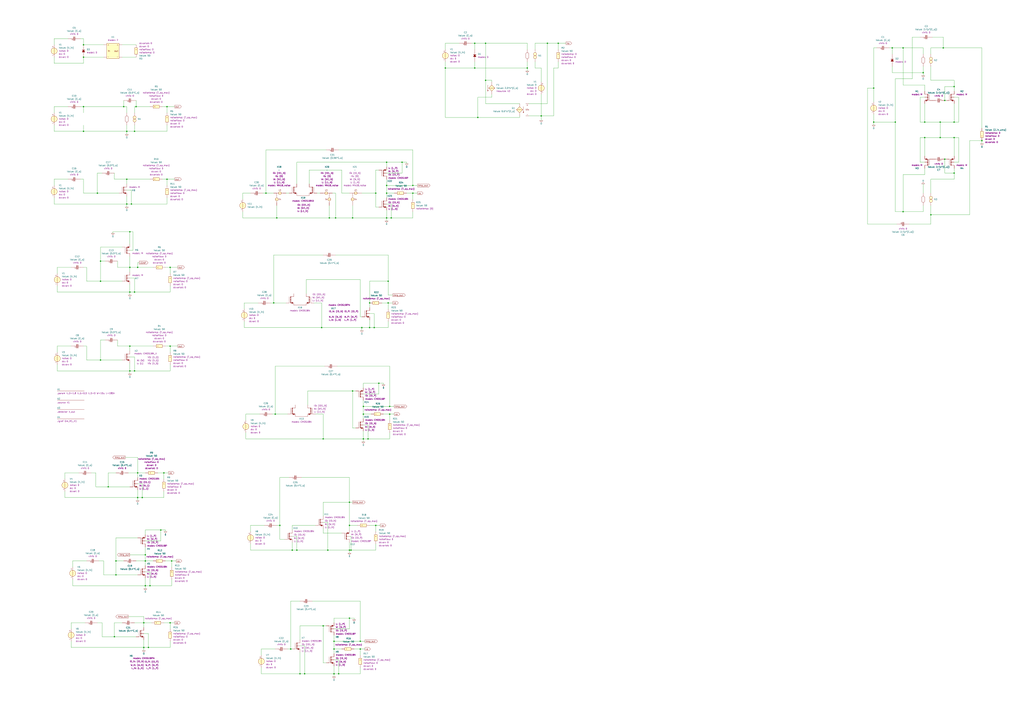
<source format=kicad_sch>
(kicad_sch (version 20250114) (generator "eeschema") (generator_version "9.0")
  (paper "A1")
  (junction (at 229.87 431.8))
  (junction (at 287.02 412.75))
  (junction (at 104.14 107.95))
  (junction (at 265.43 360.68))
  (junction (at 783.59 142.24))
  (junction (at 240.03 452.12))
  (junction (at 80.01 158.75))
  (junction (at 140.97 461.01))
  (junction (at 783.59 113.03))
  (junction (at 298.45 334.01))
  (junction (at 764.54 176.53))
  (junction (at 82.55 295.91))
  (junction (at 287.02 452.12))
  (junction (at 269.24 452.12))
  (junction (at 95.25 461.01))
  (junction (at 732.79 39.37))
  (junction (at 287.02 508))
  (junction (at 93.98 523.24))
  (junction (at 274.32 533.4))
  (junction (at 295.91 527.05))
  (junction (at 318.77 231.14))
  (junction (at 758.19 59.69))
  (junction (at 106.68 190.5))
  (junction (at 339.09 152.4))
  (junction (at 250.19 553.72))
  (junction (at 321.31 179.07))
  (junction (at 68.58 36.83))
  (junction (at 226.06 340.36))
  (junction (at 95.25 472.44))
  (junction (at 246.38 553.72))
  (junction (at 433.07 55.88))
  (junction (at 289.56 321.31))
  (junction (at 139.7 284.48))
  (junction (at 68.58 46.99))
  (junction (at 389.89 35.56))
  (junction (at 68.58 107.95))
  (junction (at 398.78 66.04))
  (junction (at 458.47 35.56))
  (junction (at 104.14 167.64))
  (junction (at 289.56 179.07))
  (junction (at 392.43 96.52))
  (junction (at 298.45 360.68))
  (junction (at 741.68 39.37))
  (junction (at 134.62 388.62))
  (junction (at 68.58 87.63))
  (junction (at 106.68 240.03))
  (junction (at 88.9 400.05))
  (junction (at 106.68 284.48))
  (junction (at 772.16 113.03))
  (junction (at 783.59 100.33))
  (junction (at 101.6 87.63))
  (junction (at 717.55 72.39))
  (junction (at 330.2 133.35))
  (junction (at 311.15 314.96))
  (junction (at 118.11 511.81))
  (junction (at 227.33 179.07))
  (junction (at 111.76 87.63))
  (junction (at 106.68 219.71))
  (junction (at 270.51 179.07))
  (junction (at 759.46 113.03))
  (junction (at 741.68 173.99))
  (junction (at 118.11 532.13))
  (junction (at 113.03 388.62))
  (junction (at 82.55 214.63))
  (junction (at 287.02 431.8))
  (junction (at 303.53 248.92))
  (junction (at 318.77 248.92))
  (junction (at 274.32 527.05))
  (junction (at 317.5 133.35))
  (junction (at 735.33 100.33))
  (junction (at 295.91 533.4))
  (junction (at 317.5 158.75))
  (junction (at 365.76 55.88))
  (junction (at 132.08 435.61))
  (junction (at 444.5 95.25))
  (junction (at 308.61 431.8))
  (junction (at 278.13 553.72))
  (junction (at 275.59 179.07))
  (junction (at 274.32 553.72))
  (junction (at 137.16 147.32))
  (junction (at 139.7 219.71))
  (junction (at 119.38 461.01))
  (junction (at 298.45 340.36))
  (junction (at 317.5 152.4))
  (junction (at 218.44 158.75))
  (junction (at 119.38 481.33))
  (junction (at 783.59 71.12))
  (junction (at 806.45 115.57))
  (junction (at 320.04 334.01))
  (junction (at 302.26 360.68))
  (junction (at 308.61 158.75))
  (junction (at 389.89 55.88))
  (junction (at 303.53 269.24))
  (junction (at 110.49 240.03))
  (junction (at 772.16 100.33))
  (junction (at 104.14 147.32))
  (junction (at 717.55 100.33))
  (junction (at 449.58 35.56))
  (junction (at 288.29 452.12))
  (junction (at 110.49 107.95))
  (junction (at 775.97 82.55))
  (junction (at 320.04 340.36))
  (junction (at 243.84 452.12))
  (junction (at 265.43 514.35))
  (junction (at 398.78 35.56))
  (junction (at 238.76 533.4))
  (junction (at 339.09 158.75))
  (junction (at 264.16 269.24))
  (junction (at 106.68 304.8))
  (junction (at 139.7 511.81))
  (junction (at 110.49 304.8))
  (junction (at 774.7 39.37))
  (junction (at 113.03 408.94))
  (junction (at 224.79 248.92))
  (junction (at 107.95 167.64))
  (junction (at 116.84 408.94))
  (junction (at 307.34 269.24))
  (junction (at 123.19 481.33))
  (junction (at 297.18 269.24))
  (junction (at 317.5 179.07))
  (junction (at 113.03 219.71))
  (junction (at 775.97 130.81))
  (junction (at 119.38 455.93))
  (junction (at 121.92 532.13))
  (junction (at 137.16 87.63))
  (junction (at 82.55 231.14))
  (junction (at 759.46 100.33))
  (wire (pts (xy 764.54 168.91) (xy 764.54 176.53)))
  (wire (pts (xy 109.22 205.74) (xy 109.22 190.5)))
  (wire (pts (xy 139.7 219.71) (xy 146.05 219.71)))
  (wire (pts (xy 288.29 440.69) (xy 288.29 452.12)))
  (wire (pts (xy 775.97 82.55) (xy 777.24 82.55)))
  (wire (pts (xy 334.01 158.75) (xy 339.09 158.75)))
  (wire (pts (xy 458.47 35.56) (xy 458.47 40.64)))
  (wire (pts (xy 303.53 269.24) (xy 307.34 269.24)))
  (wire (pts (xy 68.58 102.87) (xy 68.58 107.95)))
  (wire (pts (xy 302.26 360.68) (xy 320.04 360.68)))
  (wire (pts (xy 119.38 469.9) (xy 123.19 469.9)))
  (wire (pts (xy 58.42 532.13) (xy 118.11 532.13)))
  (wire (pts (xy 234.95 158.75) (xy 237.49 158.75)))
  (wire (pts (xy 403.86 66.04) (xy 403.86 67.31)))
  (wire (pts (xy 257.81 248.92) (xy 264.16 248.92)))
  (wire (pts (xy 93.98 523.24) (xy 111.76 523.24)))
  (wire (pts (xy 308.61 158.75) (xy 308.61 170.18)))
  (wire (pts (xy 113.03 219.71) (xy 125.73 219.71)))
  (wire (pts (xy 321.31 167.64) (xy 321.31 179.07)))
  (wire (pts (xy 218.44 123.19) (xy 267.97 123.19)))
  (wire (pts (xy 317.5 167.64) (xy 321.31 167.64)))
  (wire (pts (xy 365.76 50.8) (xy 365.76 55.88)))
  (wire (pts (xy 398.78 66.04) (xy 398.78 35.56)))
  (wire (pts (xy 44.45 31.75) (xy 55.88 31.75)))
  (wire (pts (xy 398.78 66.04) (xy 398.78 85.09)))
  (wire (pts (xy 251.46 241.3) (xy 251.46 229.87)))
  (wire (pts (xy 254 151.13) (xy 254 139.7)))
  (wire (pts (xy 106.68 298.45) (xy 106.68 304.8)))
  (wire (pts (xy 119.38 435.61) (xy 119.38 439.42)))
  (wire (pts (xy 118.11 511.81) (xy 124.46 511.81)))
  (wire (pts (xy 110.49 293.37) (xy 110.49 304.8)))
  (wire (pts (xy 302.26 349.25) (xy 302.26 360.68)))
  (wire (pts (xy 287.02 452.12) (xy 287.02 454.66)))
  (wire (pts (xy 106.68 240.03) (xy 106.68 242.57)))
  (wire (pts (xy 205.74 436.88) (xy 205.74 431.8)))
  (wire (pts (xy 717.55 100.33) (xy 717.55 102.87)))
  (wire (pts (xy 95.25 472.44) (xy 85.09 472.44)))
  (wire (pts (xy 82.55 203.2) (xy 82.55 214.63)))
  (wire (pts (xy 68.58 87.63) (xy 68.58 92.71)))
  (wire (pts (xy 46.99 224.79) (xy 46.99 219.71)))
  (wire (pts (xy 139.7 511.81) (xy 143.51 511.81)))
  (wire (pts (xy 318.77 231.14) (xy 318.77 242.57)))
  (wire (pts (xy 297.18 269.24) (xy 303.53 269.24)))
  (wire (pts (xy 265.43 424.18) (xy 265.43 412.75)))
  (wire (pts (xy 398.78 35.56) (xy 433.07 35.56)))
  (wire (pts (xy 334.01 134.62) (xy 334.01 133.35)))
  (wire (pts (xy 444.5 95.25) (xy 444.5 99.06)))
  (wire (pts (xy 295.91 533.4) (xy 299.72 533.4)))
  (wire (pts (xy 46.99 304.8) (xy 106.68 304.8)))
  (wire (pts (xy 123.19 469.9) (xy 123.19 481.33)))
  (wire (pts (xy 110.49 240.03) (xy 139.7 240.03)))
  (wire (pts (xy 96.52 219.71) (xy 106.68 219.71)))
  (wire (pts (xy 265.43 438.15) (xy 280.67 438.15)))
  (wire (pts (xy 783.59 142.24) (xy 783.59 138.43)))
  (wire (pts (xy 252.73 321.31) (xy 289.56 321.31)))
  (wire (pts (xy 311.15 139.7) (xy 308.61 139.7)))
  (wire (pts (xy 389.89 35.56) (xy 398.78 35.56)))
  (wire (pts (xy 274.32 527.05) (xy 274.32 533.4)))
  (wire (pts (xy 774.7 30.48) (xy 774.7 39.37)))
  (wire (pts (xy 365.76 96.52) (xy 365.76 55.88)))
  (wire (pts (xy 783.59 128.27) (xy 783.59 113.03)))
  (wire (pts (xy 439.42 35.56) (xy 439.42 40.64)))
  (wire (pts (xy 106.68 455.93) (xy 119.38 455.93)))
  (wire (pts (xy 365.76 35.56) (xy 377.19 35.56)))
  (wire (pts (xy 134.62 388.62) (xy 138.43 388.62)))
  (wire (pts (xy 59.69 476.25) (xy 59.69 481.33)))
  (wire (pts (xy 83.82 511.81) (xy 80.01 511.81)))
  (wire (pts (xy 53.34 408.94) (xy 113.03 408.94)))
  (wire (pts (xy 741.68 173.99) (xy 758.19 173.99)))
  (wire (pts (xy 121.92 520.7) (xy 121.92 532.13)))
  (wire (pts (xy 275.59 209.55) (xy 318.77 209.55)))
  (wire (pts (xy 200.66 264.16) (xy 200.66 269.24)))
  (wire (pts (xy 44.45 92.71) (xy 44.45 87.63)))
  (wire (pts (xy 783.59 147.32) (xy 783.59 142.24)))
  (wire (pts (xy 764.54 39.37) (xy 764.54 44.45)))
  (wire (pts (xy 732.79 59.69) (xy 758.19 59.69)))
  (wire (pts (xy 111.76 87.63) (xy 123.19 87.63)))
  (wire (pts (xy 104.14 161.29) (xy 104.14 167.64)))
  (wire (pts (xy 260.35 158.75) (xy 262.89 158.75)))
  (wire (pts (xy 295.91 548.64) (xy 295.91 553.72)))
  (wire (pts (xy 95.25 441.96) (xy 95.25 461.01)))
  (wire (pts (xy 458.47 35.56) (xy 464.82 35.56)))
  (wire (pts (xy 289.56 321.31) (xy 289.56 351.79)))
  (wire (pts (xy 764.54 176.53) (xy 796.29 176.53)))
  (wire (pts (xy 787.4 133.35) (xy 787.4 113.03)))
  (wire (pts (xy 276.86 300.99) (xy 320.04 300.99)))
  (wire (pts (xy 741.68 39.37) (xy 758.19 39.37)))
  (wire (pts (xy 93.98 511.81) (xy 100.33 511.81)))
  (wire (pts (xy 449.58 35.56) (xy 458.47 35.56)))
  (wire (pts (xy 292.1 321.31) (xy 289.56 321.31)))
  (wire (pts (xy 68.58 107.95) (xy 104.14 107.95)))
  (wire (pts (xy 46.99 289.56) (xy 46.99 284.48)))
  (wire (pts (xy 280.67 139.7) (xy 280.67 158.75)))
  (wire (pts (xy 139.7 304.8) (xy 139.7 299.72)))
  (wire (pts (xy 102.87 375.92) (xy 113.03 375.92)))
  (wire (pts (xy 106.68 205.74) (xy 109.22 205.74)))
  (wire (pts (xy 317.5 133.35) (xy 317.5 137.16)))
  (wire (pts (xy 307.34 257.81) (xy 307.34 269.24)))
  (wire (pts (xy 246.38 514.35) (xy 265.43 514.35)))
  (wire (pts (xy 137.16 87.63) (xy 137.16 92.71)))
  (wire (pts (xy 274.32 542.29) (xy 278.13 542.29)))
  (wire (pts (xy 96.52 214.63) (xy 96.52 219.71)))
  (wire (pts (xy 110.49 87.63) (xy 110.49 92.71)))
  (wire (pts (xy 137.16 167.64) (xy 137.16 162.56)))
  (wire (pts (xy 139.7 527.05) (xy 139.7 532.13)))
  (wire (pts (xy 227.33 179.07) (xy 270.51 179.07)))
  (wire (pts (xy 311.15 314.96) (xy 298.45 314.96)))
  (wire (pts (xy 113.03 388.62) (xy 113.03 392.43)))
  (wire (pts (xy 133.35 147.32) (xy 137.16 147.32)))
  (wire (pts (xy 214.63 538.48) (xy 214.63 533.4)))
  (wire (pts (xy 449.58 35.56) (xy 449.58 85.09)))
  (wire (pts (xy 287.02 440.69) (xy 288.29 440.69)))
  (wire (pts (xy 106.68 233.68) (xy 106.68 240.03)))
  (wire (pts (xy 240.03 445.77) (xy 240.03 452.12)))
  (wire (pts (xy 214.63 553.72) (xy 246.38 553.72)))
  (wire (pts (xy 806.45 39.37) (xy 806.45 105.41)))
  (wire (pts (xy 46.99 284.48) (xy 58.42 284.48)))
  (wire (pts (xy 118.11 525.78) (xy 118.11 532.13)))
  (wire (pts (xy 775.97 130.81) (xy 777.24 130.81)))
  (wire (pts (xy 205.74 452.12) (xy 240.03 452.12)))
  (wire (pts (xy 269.24 429.26) (xy 269.24 452.12)))
  (wire (pts (xy 106.68 293.37) (xy 110.49 293.37)))
  (wire (pts (xy 201.93 345.44) (xy 201.93 340.36)))
  (wire (pts (xy 104.14 102.87) (xy 104.14 107.95)))
  (wire (pts (xy 273.05 158.75) (xy 275.59 158.75)))
  (wire (pts (xy 307.34 269.24) (xy 318.77 269.24)))
  (wire (pts (xy 110.49 107.95) (xy 137.16 107.95)))
  (wire (pts (xy 246.38 525.78) (xy 246.38 514.35)))
  (wire (pts (xy 287.02 508) (xy 290.83 508)))
  (wire (pts (xy 106.68 210.82) (xy 106.68 219.71)))
  (wire (pts (xy 330.2 142.24) (xy 330.2 133.35)))
  (wire (pts (xy 113.03 441.96) (xy 95.25 441.96)))
  (wire (pts (xy 787.4 113.03) (xy 783.59 113.03)))
  (wire (pts (xy 88.9 400.05) (xy 78.74 400.05)))
  (wire (pts (xy 712.47 184.15) (xy 712.47 72.39)))
  (wire (pts (xy 224.79 248.92) (xy 222.25 248.92)))
  (wire (pts (xy 119.38 449.58) (xy 119.38 455.93)))
  (wire (pts (xy 278.13 123.19) (xy 339.09 123.19)))
  (wire (pts (xy 764.54 66.04) (xy 783.59 66.04)))
  (wire (pts (xy 200.66 254) (xy 200.66 248.92)))
  (wire (pts (xy 318.77 248.92) (xy 322.58 248.92)))
  (wire (pts (xy 758.19 59.69) (xy 758.19 62.23)))
  (wire (pts (xy 82.55 279.4) (xy 82.55 295.91)))
  (wire (pts (xy 199.39 179.07) (xy 227.33 179.07)))
  (wire (pts (xy 106.68 304.8) (xy 106.68 307.34)))
  (wire (pts (xy 426.72 95.25) (xy 426.72 96.52)))
  (wire (pts (xy 44.45 162.56) (xy 44.45 167.64)))
  (wire (pts (xy 80.01 158.75) (xy 97.79 158.75)))
  (wire (pts (xy 398.78 66.04) (xy 403.86 66.04)))
  (wire (pts (xy 433.07 50.8) (xy 433.07 55.88)))
  (wire (pts (xy 287.02 431.8) (xy 287.02 435.61)))
  (wire (pts (xy 240.03 440.69) (xy 243.84 440.69)))
  (wire (pts (xy 314.96 340.36) (xy 320.04 340.36)))
  (wire (pts (xy 313.69 248.92) (xy 318.77 248.92)))
  (wire (pts (xy 106.68 200.66) (xy 106.68 190.5)))
  (wire (pts (xy 308.61 447.04) (xy 308.61 452.12)))
  (wire (pts (xy 317.5 142.24) (xy 330.2 142.24)))
  (wire (pts (xy 783.59 80.01) (xy 787.4 80.01)))
  (wire (pts (xy 303.53 248.92) (xy 303.53 252.73)))
  (wire (pts (xy 82.55 214.63) (xy 86.36 214.63)))
  (wire (pts (xy 755.65 113.03) (xy 759.46 113.03)))
  (wire (pts (xy 772.16 100.33) (xy 759.46 100.33)))
  (wire (pts (xy 137.16 147.32) (xy 143.51 147.32)))
  (wire (pts (xy 454.66 55.88) (xy 458.47 55.88)))
  (wire (pts (xy 787.4 80.01) (xy 787.4 100.33)))
  (wire (pts (xy 106.68 219.71) (xy 113.03 219.71)))
  (wire (pts (xy 238.76 533.4) (xy 236.22 533.4)))
  (wire (pts (xy 224.79 248.92) (xy 224.79 209.55)))
  (wire (pts (xy 458.47 55.88) (xy 458.47 50.8)))
  (wire (pts (xy 71.12 284.48) (xy 71.12 295.91)))
  (wire (pts (xy 303.53 257.81) (xy 307.34 257.81)))
  (wire (pts (xy 758.19 54.61) (xy 758.19 59.69)))
  (wire (pts (xy 44.45 107.95) (xy 68.58 107.95)))
  (wire (pts (xy 796.29 115.57) (xy 806.45 115.57)))
  (wire (pts (xy 46.99 219.71) (xy 58.42 219.71)))
  (wire (pts (xy 298.45 349.25) (xy 302.26 349.25)))
  (wire (pts (xy 113.03 408.94) (xy 116.84 408.94)))
  (wire (pts (xy 783.59 100.33) (xy 772.16 100.33)))
  (wire (pts (xy 444.5 55.88) (xy 444.5 67.31)))
  (wire (pts (xy 85.09 461.01) (xy 85.09 472.44)))
  (wire (pts (xy 758.19 168.91) (xy 758.19 173.99)))
  (wire (pts (xy 339.09 123.19) (xy 339.09 152.4)))
  (wire (pts (xy 298.45 334.01) (xy 298.45 340.36)))
  (wire (pts (xy 290.83 509.27) (xy 290.83 508)))
  (wire (pts (xy 433.07 40.64) (xy 433.07 35.56)))
  (wire (pts (xy 365.76 96.52) (xy 392.43 96.52)))
  (wire (pts (xy 317.5 179.07) (xy 317.5 181.61)))
  (wire (pts (xy 113.03 408.94) (xy 113.03 411.48)))
  (wire (pts (xy 119.38 481.33) (xy 119.38 483.87)))
  (wire (pts (xy 134.62 403.86) (xy 134.62 408.94)))
  (wire (pts (xy 318.77 248.92) (xy 318.77 254)))
  (wire (pts (xy 139.7 511.81) (xy 139.7 516.89)))
  (wire (pts (xy 265.43 340.36) (xy 265.43 360.68)))
  (wire (pts (xy 85.09 36.83) (xy 68.58 36.83)))
  (wire (pts (xy 755.65 100.33) (xy 759.46 100.33)))
  (wire (pts (xy 116.84 397.51) (xy 116.84 408.94)))
  (wire (pts (xy 321.31 179.07) (xy 339.09 179.07)))
  (wire (pts (xy 320.04 300.99) (xy 320.04 334.01)))
  (wire (pts (xy 238.76 494.03) (xy 246.38 494.03)))
  (wire (pts (xy 303.53 431.8) (xy 308.61 431.8)))
  (wire (pts (xy 119.38 455.93) (xy 119.38 461.01)))
  (wire (pts (xy 764.54 147.32) (xy 783.59 147.32)))
  (wire (pts (xy 434.34 95.25) (xy 444.5 95.25)))
  (wire (pts (xy 806.45 39.37) (xy 774.7 39.37)))
  (wire (pts (xy 100.33 36.83) (xy 111.76 36.83)))
  (wire (pts (xy 104.14 167.64) (xy 107.95 167.64)))
  (wire (pts (xy 274.32 521.97) (xy 274.32 527.05)))
  (wire (pts (xy 746.76 184.15) (xy 764.54 184.15)))
  (wire (pts (xy 106.68 240.03) (xy 110.49 240.03)))
  (wire (pts (xy 44.45 87.63) (xy 55.88 87.63)))
  (wire (pts (xy 264.16 269.24) (xy 297.18 269.24)))
  (wire (pts (xy 755.65 133.35) (xy 755.65 113.03)))
  (wire (pts (xy 783.59 71.12) (xy 775.97 71.12)))
  (wire (pts (xy 250.19 553.72) (xy 274.32 553.72)))
  (wire (pts (xy 320.04 340.36) (xy 320.04 345.44)))
  (wire (pts (xy 269.24 452.12) (xy 287.02 452.12)))
  (wire (pts (xy 44.45 102.87) (xy 44.45 107.95)))
  (wire (pts (xy 434.34 85.09) (xy 449.58 85.09)))
  (wire (pts (xy 227.33 168.91) (xy 227.33 179.07)))
  (wire (pts (xy 717.55 93.98) (xy 717.55 100.33)))
  (wire (pts (xy 303.53 262.89) (xy 303.53 269.24)))
  (wire (pts (xy 104.14 147.32) (xy 104.14 151.13)))
  (wire (pts (xy 113.03 388.62) (xy 119.38 388.62)))
  (wire (pts (xy 101.6 87.63) (xy 104.14 87.63)))
  (wire (pts (xy 339.09 173.99) (xy 339.09 179.07)))
  (wire (pts (xy 44.45 147.32) (xy 55.88 147.32)))
  (wire (pts (xy 287.02 445.77) (xy 287.02 452.12)))
  (wire (pts (xy 732.79 39.37) (xy 730.25 39.37)))
  (wire (pts (xy 68.58 31.75) (xy 66.04 31.75)))
  (wire (pts (xy 224.79 209.55) (xy 265.43 209.55)))
  (wire (pts (xy 214.63 548.64) (xy 214.63 553.72)))
  (wire (pts (xy 298.45 328.93) (xy 298.45 334.01)))
  (wire (pts (xy 93.98 523.24) (xy 83.82 523.24)))
  (wire (pts (xy 119.38 444.5) (xy 132.08 444.5)))
  (wire (pts (xy 274.32 547.37) (xy 274.32 553.72)))
  (wire (pts (xy 444.5 95.25) (xy 454.66 95.25)))
  (wire (pts (xy 267.97 514.35) (xy 265.43 514.35)))
  (wire (pts (xy 735.33 100.33) (xy 735.33 173.99)))
  (wire (pts (xy 68.58 147.32) (xy 66.04 147.32)))
  (wire (pts (xy 298.45 314.96) (xy 298.45 318.77)))
  (wire (pts (xy 104.14 107.95) (xy 104.14 110.49)))
  (wire (pts (xy 256.54 494.03) (xy 295.91 494.03)))
  (wire (pts (xy 712.47 184.15) (xy 736.6 184.15)))
  (wire (pts (xy 317.5 179.07) (xy 321.31 179.07)))
  (wire (pts (xy 59.69 461.01) (xy 71.12 461.01)))
  (wire (pts (xy 119.38 461.01) (xy 119.38 464.82)))
  (wire (pts (xy 270.51 179.07) (xy 275.59 179.07)))
  (wire (pts (xy 783.59 85.09) (xy 783.59 100.33)))
  (wire (pts (xy 295.91 494.03) (xy 295.91 527.05)))
  (wire (pts (xy 764.54 158.75) (xy 764.54 147.32)))
  (wire (pts (xy 365.76 55.88) (xy 389.89 55.88)))
  (wire (pts (xy 135.89 219.71) (xy 139.7 219.71)))
  (wire (pts (xy 240.03 431.8) (xy 259.08 431.8)))
  (wire (pts (xy 298.45 323.85) (xy 311.15 323.85)))
  (wire (pts (xy 298.45 360.68) (xy 302.26 360.68)))
  (wire (pts (xy 123.19 481.33) (xy 140.97 481.33)))
  (wire (pts (xy 308.61 431.8) (xy 308.61 436.88)))
  (wire (pts (xy 295.91 229.87) (xy 295.91 260.35)))
  (wire (pts (xy 109.22 190.5) (xy 106.68 190.5)))
  (wire (pts (xy 287.02 508) (xy 274.32 508)))
  (wire (pts (xy 205.74 447.04) (xy 205.74 452.12)))
  (wire (pts (xy 783.59 142.24) (xy 775.97 142.24)))
  (wire (pts (xy 113.03 388.62) (xy 113.03 375.92)))
  (wire (pts (xy 132.08 435.61) (xy 119.38 435.61)))
  (wire (pts (xy 199.39 163.83) (xy 199.39 158.75)))
  (wire (pts (xy 133.35 87.63) (xy 137.16 87.63)))
  (wire (pts (xy 290.83 533.4) (xy 295.91 533.4)))
  (wire (pts (xy 119.38 474.98) (xy 119.38 481.33)))
  (wire (pts (xy 247.65 392.43) (xy 287.02 392.43)))
  (wire (pts (xy 311.15 323.85) (xy 311.15 314.96)))
  (wire (pts (xy 116.84 408.94) (xy 134.62 408.94)))
  (wire (pts (xy 330.2 133.35) (xy 334.01 133.35)))
  (wire (pts (xy 759.46 80.01) (xy 755.65 80.01)))
  (wire (pts (xy 201.93 355.6) (xy 201.93 360.68)))
  (wire (pts (xy 783.59 133.35) (xy 787.4 133.35)))
  (wire (pts (xy 139.7 219.71) (xy 139.7 224.79)))
  (wire (pts (xy 110.49 304.8) (xy 139.7 304.8)))
  (wire (pts (xy 226.06 340.36) (xy 223.52 340.36)))
  (wire (pts (xy 68.58 87.63) (xy 66.04 87.63)))
  (wire (pts (xy 759.46 143.51) (xy 759.46 138.43)))
  (wire (pts (xy 100.33 203.2) (xy 82.55 203.2)))
  (wire (pts (xy 265.43 544.83) (xy 267.97 544.83)))
  (wire (pts (xy 240.03 431.8) (xy 240.03 435.61)))
  (wire (pts (xy 80.01 142.24) (xy 83.82 142.24)))
  (wire (pts (xy 229.87 431.8) (xy 227.33 431.8)))
  (wire (pts (xy 265.43 412.75) (xy 287.02 412.75)))
  (wire (pts (xy 106.68 284.48) (xy 106.68 288.29)))
  (wire (pts (xy 320.04 334.01) (xy 298.45 334.01)))
  (wire (pts (xy 78.74 388.62) (xy 78.74 400.05)))
  (wire (pts (xy 772.16 113.03) (xy 759.46 113.03)))
  (wire (pts (xy 105.41 388.62) (xy 113.03 388.62)))
  (wire (pts (xy 398.78 85.09) (xy 426.72 85.09)))
  (wire (pts (xy 243.84 440.69) (xy 243.84 452.12)))
  (wire (pts (xy 139.7 284.48) (xy 139.7 289.56)))
  (wire (pts (xy 755.65 80.01) (xy 755.65 100.33)))
  (wire (pts (xy 93.98 142.24) (xy 93.98 147.32)))
  (wire (pts (xy 318.77 231.14) (xy 303.53 231.14)))
  (wire (pts (xy 274.32 533.4) (xy 274.32 537.21)))
  (wire (pts (xy 229.87 431.8) (xy 229.87 392.43)))
  (wire (pts (xy 265.43 438.15) (xy 265.43 434.34)))
  (wire (pts (xy 772.16 100.33) (xy 772.16 113.03)))
  (wire (pts (xy 110.49 511.81) (xy 118.11 511.81)))
  (wire (pts (xy 764.54 39.37) (xy 774.7 39.37)))
  (wire (pts (xy 764.54 54.61) (xy 764.54 66.04)))
  (wire (pts (xy 712.47 72.39) (xy 717.55 72.39)))
  (wire (pts (xy 104.14 107.95) (xy 110.49 107.95)))
  (wire (pts (xy 330.2 133.35) (xy 317.5 133.35)))
  (wire (pts (xy 365.76 40.64) (xy 365.76 35.56)))
  (wire (pts (xy 439.42 50.8) (xy 439.42 55.88)))
  (wire (pts (xy 119.38 461.01) (xy 125.73 461.01)))
  (wire (pts (xy 132.08 435.61) (xy 135.89 435.61)))
  (wire (pts (xy 113.03 397.51) (xy 116.84 397.51)))
  (wire (pts (xy 392.43 80.01) (xy 392.43 96.52)))
  (wire (pts (xy 200.66 248.92) (xy 212.09 248.92)))
  (wire (pts (xy 764.54 176.53) (xy 764.54 184.15)))
  (wire (pts (xy 95.25 472.44) (xy 113.03 472.44)))
  (wire (pts (xy 287.02 516.89) (xy 287.02 508)))
  (wire (pts (xy 314.96 316.23) (xy 314.96 314.96)))
  (wire (pts (xy 104.14 147.32) (xy 123.19 147.32)))
  (wire (pts (xy 278.13 553.72) (xy 295.91 553.72)))
  (wire (pts (xy 717.55 39.37) (xy 720.09 39.37)))
  (wire (pts (xy 214.63 533.4) (xy 226.06 533.4)))
  (wire (pts (xy 287.02 392.43) (xy 287.02 412.75)))
  (wire (pts (xy 95.25 461.01) (xy 101.6 461.01)))
  (wire (pts (xy 243.84 151.13) (xy 243.84 133.35)))
  (wire (pts (xy 85.09 461.01) (xy 81.28 461.01)))
  (wire (pts (xy 317.5 158.75) (xy 323.85 158.75)))
  (wire (pts (xy 118.11 532.13) (xy 121.92 532.13)))
  (wire (pts (xy 295.91 533.4) (xy 295.91 538.48)))
  (wire (pts (xy 139.7 240.03) (xy 139.7 234.95)))
  (wire (pts (xy 741.68 69.85) (xy 759.46 69.85)))
  (wire (pts (xy 317.5 147.32) (xy 317.5 152.4)))
  (wire (pts (xy 252.73 332.74) (xy 252.73 321.31)))
  (wire (pts (xy 270.51 168.91) (xy 270.51 179.07)))
  (wire (pts (xy 226.06 340.36) (xy 226.06 300.99)))
  (wire (pts (xy 759.46 133.35) (xy 755.65 133.35)))
  (wire (pts (xy 289.56 168.91) (xy 289.56 179.07)))
  (wire (pts (xy 58.42 516.89) (xy 58.42 511.81)))
  (wire (pts (xy 68.58 46.99) (xy 68.58 52.07)))
  (wire (pts (xy 274.32 533.4) (xy 280.67 533.4)))
  (wire (pts (xy 71.12 219.71) (xy 68.58 219.71)))
  (wire (pts (xy 765.81 30.48) (xy 774.7 30.48)))
  (wire (pts (xy 287.02 431.8) (xy 293.37 431.8)))
  (wire (pts (xy 46.99 234.95) (xy 46.99 240.03)))
  (wire (pts (xy 82.55 279.4) (xy 86.36 279.4)))
  (wire (pts (xy 250.19 530.86) (xy 250.19 553.72)))
  (wire (pts (xy 58.42 511.81) (xy 69.85 511.81)))
  (wire (pts (xy 71.12 219.71) (xy 71.12 231.14)))
  (wire (pts (xy 303.53 231.14) (xy 303.53 248.92)))
  (wire (pts (xy 320.04 355.6) (xy 320.04 360.68)))
  (wire (pts (xy 129.54 388.62) (xy 134.62 388.62)))
  (wire (pts (xy 218.44 158.75) (xy 224.79 158.75)))
  (wire (pts (xy 58.42 527.05) (xy 58.42 532.13)))
  (wire (pts (xy 339.09 158.75) (xy 342.9 158.75)))
  (wire (pts (xy 758.19 44.45) (xy 758.19 39.37)))
  (wire (pts (xy 95.25 461.01) (xy 95.25 472.44)))
  (wire (pts (xy 243.84 452.12) (xy 269.24 452.12)))
  (wire (pts (xy 439.42 35.56) (xy 449.58 35.56)))
  (wire (pts (xy 308.61 170.18) (xy 311.15 170.18)))
  (wire (pts (xy 308.61 431.8) (xy 312.42 431.8)))
  (wire (pts (xy 82.55 214.63) (xy 82.55 231.14)))
  (wire (pts (xy 403.86 77.47) (xy 403.86 80.01)))
  (wire (pts (xy 298.45 360.68) (xy 298.45 363.22)))
  (wire (pts (xy 107.95 167.64) (xy 137.16 167.64)))
  (wire (pts (xy 110.49 87.63) (xy 111.76 87.63)))
  (wire (pts (xy 741.68 143.51) (xy 741.68 173.99)))
  (wire (pts (xy 113.03 402.59) (xy 113.03 408.94)))
  (wire (pts (xy 200.66 269.24) (xy 264.16 269.24)))
  (wire (pts (xy 93.98 147.32) (xy 104.14 147.32)))
  (wire (pts (xy 135.89 284.48) (xy 139.7 284.48)))
  (wire (pts (xy 274.32 516.89) (xy 287.02 516.89)))
  (wire (pts (xy 320.04 340.36) (xy 323.85 340.36)))
  (wire (pts (xy 68.58 147.32) (xy 68.58 158.75)))
  (wire (pts (xy 259.08 340.36) (xy 265.43 340.36)))
  (wire (pts (xy 114.3 215.9) (xy 113.03 215.9)))
  (wire (pts (xy 119.38 481.33) (xy 123.19 481.33)))
  (wire (pts (xy 251.46 229.87) (xy 295.91 229.87)))
  (wire (pts (xy 297.18 158.75) (xy 308.61 158.75)))
  (wire (pts (xy 265.43 360.68) (xy 298.45 360.68)))
  (wire (pts (xy 783.59 71.12) (xy 783.59 74.93)))
  (wire (pts (xy 732.79 39.37) (xy 732.79 44.45)))
  (wire (pts (xy 80.01 142.24) (xy 80.01 158.75)))
  (wire (pts (xy 339.09 158.75) (xy 339.09 163.83)))
  (wire (pts (xy 201.93 360.68) (xy 265.43 360.68)))
  (wire (pts (xy 106.68 219.71) (xy 106.68 223.52)))
  (wire (pts (xy 741.68 69.85) (xy 741.68 39.37)))
  (wire (pts (xy 205.74 431.8) (xy 217.17 431.8)))
  (wire (pts (xy 44.45 36.83) (xy 44.45 31.75)))
  (wire (pts (xy 289.56 179.07) (xy 317.5 179.07)))
  (wire (pts (xy 113.03 215.9) (xy 113.03 219.71)))
  (wire (pts (xy 392.43 96.52) (xy 426.72 96.52)))
  (wire (pts (xy 111.76 461.01) (xy 119.38 461.01)))
  (wire (pts (xy 118.11 506.73) (xy 118.11 511.81)))
  (wire (pts (xy 199.39 158.75) (xy 205.74 158.75)))
  (wire (pts (xy 322.58 242.57) (xy 318.77 242.57)))
  (wire (pts (xy 403.86 80.01) (xy 392.43 80.01)))
  (wire (pts (xy 735.33 173.99) (xy 741.68 173.99)))
  (wire (pts (xy 287.02 452.12) (xy 288.29 452.12)))
  (wire (pts (xy 308.61 139.7) (xy 308.61 158.75)))
  (wire (pts (xy 288.29 452.12) (xy 308.61 452.12)))
  (wire (pts (xy 311.15 314.96) (xy 314.96 314.96)))
  (wire (pts (xy 758.19 151.13) (xy 758.19 158.75)))
  (wire (pts (xy 280.67 158.75) (xy 287.02 158.75)))
  (wire (pts (xy 298.45 340.36) (xy 298.45 344.17)))
  (wire (pts (xy 88.9 388.62) (xy 88.9 400.05)))
  (wire (pts (xy 439.42 55.88) (xy 444.5 55.88)))
  (wire (pts (xy 92.71 190.5) (xy 92.71 191.77)))
  (wire (pts (xy 323.85 334.01) (xy 320.04 334.01)))
  (wire (pts (xy 107.95 156.21) (xy 107.95 167.64)))
  (wire (pts (xy 287.02 412.75) (xy 287.02 431.8)))
  (wire (pts (xy 289.56 351.79) (xy 292.1 351.79)))
  (wire (pts (xy 444.5 77.47) (xy 444.5 95.25)))
  (wire (pts (xy 135.89 461.01) (xy 140.97 461.01)))
  (wire (pts (xy 104.14 156.21) (xy 107.95 156.21)))
  (wire (pts (xy 101.6 82.55) (xy 101.6 87.63)))
  (wire (pts (xy 111.76 82.55) (xy 111.76 87.63)))
  (wire (pts (xy 135.89 436.88) (xy 135.89 435.61)))
  (wire (pts (xy 140.97 461.01) (xy 144.78 461.01)))
  (wire (pts (xy 433.07 55.88) (xy 433.07 58.42)))
  (wire (pts (xy 246.38 535.94) (xy 246.38 553.72)))
  (wire (pts (xy 139.7 284.48) (xy 146.05 284.48)))
  (wire (pts (xy 59.69 466.09) (xy 59.69 461.01)))
  (wire (pts (xy 317.5 172.72) (xy 317.5 179.07)))
  (wire (pts (xy 88.9 388.62) (xy 95.25 388.62)))
  (wire (pts (xy 265.43 429.26) (xy 269.24 429.26)))
  (wire (pts (xy 140.97 461.01) (xy 140.97 466.09)))
  (wire (pts (xy 759.46 69.85) (xy 759.46 74.93)))
  (wire (pts (xy 755.65 30.48) (xy 749.3 30.48)))
  (wire (pts (xy 134.62 388.62) (xy 134.62 393.7)))
  (wire (pts (xy 389.89 55.88) (xy 433.07 55.88)))
  (wire (pts (xy 749.3 64.77) (xy 735.33 64.77)))
  (wire (pts (xy 240.03 533.4) (xy 238.76 533.4)))
  (wire (pts (xy 215.9 158.75) (xy 218.44 158.75)))
  (wire (pts (xy 783.59 113.03) (xy 772.16 113.03)))
  (wire (pts (xy 289.56 412.75) (xy 287.02 412.75)))
  (wire (pts (xy 105.41 506.73) (xy 118.11 506.73)))
  (wire (pts (xy 717.55 72.39) (xy 717.55 83.82)))
  (wire (pts (xy 297.18 269.24) (xy 297.18 271.78)))
  (wire (pts (xy 240.03 452.12) (xy 243.84 452.12)))
  (wire (pts (xy 389.89 50.8) (xy 389.89 55.88)))
  (wire (pts (xy 806.45 115.57) (xy 806.45 118.11)))
  (wire (pts (xy 118.11 511.81) (xy 118.11 515.62)))
  (wire (pts (xy 274.32 553.72) (xy 278.13 553.72)))
  (wire (pts (xy 389.89 35.56) (xy 387.35 35.56)))
  (wire (pts (xy 137.16 87.63) (xy 143.51 87.63)))
  (wire (pts (xy 44.45 46.99) (xy 44.45 52.07)))
  (wire (pts (xy 246.38 553.72) (xy 250.19 553.72)))
  (wire (pts (xy 775.97 71.12) (xy 775.97 82.55)))
  (wire (pts (xy 218.44 158.75) (xy 218.44 123.19)))
  (wire (pts (xy 741.68 143.51) (xy 759.46 143.51)))
  (wire (pts (xy 389.89 35.56) (xy 389.89 40.64)))
  (wire (pts (xy 71.12 284.48) (xy 68.58 284.48)))
  (wire (pts (xy 318.77 209.55) (xy 318.77 231.14)))
  (wire (pts (xy 110.49 228.6) (xy 110.49 240.03)))
  (wire (pts (xy 53.34 393.7) (xy 53.34 388.62)))
  (wire (pts (xy 775.97 142.24) (xy 775.97 130.81)))
  (wire (pts (xy 717.55 39.37) (xy 717.55 72.39)))
  (wire (pts (xy 137.16 107.95) (xy 137.16 102.87)))
  (wire (pts (xy 68.58 31.75) (xy 68.58 36.83)))
  (wire (pts (xy 254 139.7) (xy 280.67 139.7)))
  (wire (pts (xy 298.45 340.36) (xy 304.8 340.36)))
  (wire (pts (xy 796.29 176.53) (xy 796.29 115.57)))
  (wire (pts (xy 339.09 152.4) (xy 317.5 152.4)))
  (wire (pts (xy 53.34 403.86) (xy 53.34 408.94)))
  (wire (pts (xy 53.34 388.62) (xy 64.77 388.62)))
  (wire (pts (xy 59.69 481.33) (xy 119.38 481.33)))
  (wire (pts (xy 100.33 46.99) (xy 111.76 46.99)))
  (wire (pts (xy 68.58 46.99) (xy 85.09 46.99)))
  (wire (pts (xy 732.79 39.37) (xy 741.68 39.37)))
  (wire (pts (xy 199.39 173.99) (xy 199.39 179.07)))
  (wire (pts (xy 243.84 133.35) (xy 317.5 133.35)))
  (wire (pts (xy 264.16 248.92) (xy 264.16 269.24)))
  (wire (pts (xy 759.46 85.09) (xy 759.46 100.33)))
  (wire (pts (xy 278.13 542.29) (xy 278.13 553.72)))
  (wire (pts (xy 295.91 527.05) (xy 274.32 527.05)))
  (wire (pts (xy 454.66 95.25) (xy 454.66 55.88)))
  (wire (pts (xy 201.93 340.36) (xy 213.36 340.36)))
  (wire (pts (xy 104.14 167.64) (xy 104.14 170.18)))
  (wire (pts (xy 298.45 354.33) (xy 298.45 360.68)))
  (wire (pts (xy 224.79 248.92) (xy 234.95 248.92)))
  (wire (pts (xy 46.99 299.72) (xy 46.99 304.8)))
  (wire (pts (xy 342.9 152.4) (xy 339.09 152.4)))
  (wire (pts (xy 80.01 158.75) (xy 68.58 158.75)))
  (wire (pts (xy 82.55 231.14) (xy 100.33 231.14)))
  (wire (pts (xy 275.59 158.75) (xy 275.59 179.07)))
  (wire (pts (xy 317.5 158.75) (xy 317.5 162.56)))
  (wire (pts (xy 140.97 476.25) (xy 140.97 481.33)))
  (wire (pts (xy 783.59 66.04) (xy 783.59 71.12)))
  (wire (pts (xy 759.46 128.27) (xy 759.46 113.03)))
  (wire (pts (xy 93.98 511.81) (xy 93.98 523.24)))
  (wire (pts (xy 749.3 30.48) (xy 749.3 64.77)))
  (wire (pts (xy 265.43 514.35) (xy 265.43 544.83)))
  (wire (pts (xy 318.77 264.16) (xy 318.77 269.24)))
  (wire (pts (xy 274.32 553.72) (xy 274.32 556.26)))
  (wire (pts (xy 134.62 511.81) (xy 139.7 511.81)))
  (wire (pts (xy 274.32 508) (xy 274.32 511.81)))
  (wire (pts (xy 238.76 533.4) (xy 238.76 494.03)))
  (wire (pts (xy 106.68 284.48) (xy 125.73 284.48)))
  (wire (pts (xy 44.45 52.07) (xy 68.58 52.07)))
  (wire (pts (xy 82.55 295.91) (xy 71.12 295.91)))
  (wire (pts (xy 68.58 87.63) (xy 101.6 87.63)))
  (wire (pts (xy 44.45 152.4) (xy 44.45 147.32)))
  (wire (pts (xy 106.68 304.8) (xy 110.49 304.8)))
  (wire (pts (xy 82.55 231.14) (xy 71.12 231.14)))
  (wire (pts (xy 46.99 240.03) (xy 106.68 240.03)))
  (wire (pts (xy 787.4 100.33) (xy 783.59 100.33)))
  (wire (pts (xy 118.11 520.7) (xy 121.92 520.7)))
  (wire (pts (xy 106.68 190.5) (xy 92.71 190.5)))
  (wire (pts (xy 110.49 102.87) (xy 110.49 107.95)))
  (wire (pts (xy 82.55 295.91) (xy 100.33 295.91)))
  (wire (pts (xy 229.87 392.43) (xy 237.49 392.43)))
  (wire (pts (xy 118.11 532.13) (xy 118.11 534.67)))
  (wire (pts (xy 132.08 444.5) (xy 132.08 435.61)))
  (wire (pts (xy 44.45 167.64) (xy 104.14 167.64)))
  (wire (pts (xy 233.68 443.23) (xy 229.87 443.23)))
  (wire (pts (xy 229.87 443.23) (xy 229.87 431.8)))
  (wire (pts (xy 78.74 388.62) (xy 74.93 388.62)))
  (wire (pts (xy 96.52 279.4) (xy 96.52 284.48)))
  (wire (pts (xy 275.59 179.07) (xy 289.56 179.07)))
  (wire (pts (xy 88.9 400.05) (xy 106.68 400.05)))
  (wire (pts (xy 732.79 54.61) (xy 732.79 59.69)))
  (wire (pts (xy 106.68 228.6) (xy 110.49 228.6)))
  (wire (pts (xy 246.38 530.86) (xy 250.19 530.86)))
  (wire (pts (xy 104.14 92.71) (xy 104.14 87.63)))
  (wire (pts (xy 121.92 532.13) (xy 139.7 532.13)))
  (wire (pts (xy 226.06 340.36) (xy 236.22 340.36)))
  (wire (pts (xy 226.06 300.99) (xy 266.7 300.99)))
  (wire (pts (xy 735.33 64.77) (xy 735.33 100.33)))
  (wire (pts (xy 717.55 100.33) (xy 735.33 100.33)))
  (wire (pts (xy 96.52 284.48) (xy 106.68 284.48)))
  (wire (pts (xy 295.91 260.35) (xy 297.18 260.35)))
  (wire (pts (xy 317.5 152.4) (xy 317.5 158.75)))
  (wire (pts (xy 83.82 511.81) (xy 83.82 523.24)))
  (wire (pts (xy 137.16 147.32) (xy 137.16 152.4)))
  (wire (pts (xy 299.72 527.05) (xy 295.91 527.05)))
  (global_label "vo" (shape output) (at 143.51 511.81 0) (property "Intersheetrefs" "${INTERSHEET_REFS}" (effects (hide yes))))
  (global_label "Vo" (shape output) (at 464.82 35.56 0) (property "Intersheetrefs" "${INTERSHEET_REFS}" (effects (hide yes))))
  (global_label "out" (shape output) (at 146.05 219.71 0) (property "Intersheetrefs" "${INTERSHEET_REFS}" (effects (hide yes))))
  (global_label "Amp_out" (shape output) (at 106.68 455.93 180) (property "Intersheetrefs" "${INTERSHEET_REFS}" (effects (hide yes))))
  (global_label "out" (shape output) (at 146.05 284.48 0) (property "Intersheetrefs" "${INTERSHEET_REFS}" (effects (hide yes))))
  (global_label "Amp_out" (shape output) (at 102.87 375.92 180) (property "Intersheetrefs" "${INTERSHEET_REFS}" (effects (hide yes))))
  (global_label "vo" (shape output) (at 322.58 248.92 0) (property "Intersheetrefs" "${INTERSHEET_REFS}" (effects (hide yes))))
  (global_label "Amp_out" (shape output) (at 289.56 412.75 0) (property "Intersheetrefs" "${INTERSHEET_REFS}" (effects (hide yes))))
  (global_label "Amp_out" (shape output) (at 342.9 152.4 0) (property "Intersheetrefs" "${INTERSHEET_REFS}" (effects (hide yes))))
  (global_label "Amp_out" (shape output) (at 322.58 242.57 0) (property "Intersheetrefs" "${INTERSHEET_REFS}" (effects (hide yes))))
  (global_label "out" (shape output) (at 143.51 87.63 0) (property "Intersheetrefs" "${INTERSHEET_REFS}" (effects (hide yes))))
  (global_label "Amp_out" (shape output) (at 105.41 506.73 180) (property "Intersheetrefs" "${INTERSHEET_REFS}" (effects (hide yes))))
  (global_label "vo" (shape output) (at 342.9 158.75 0) (property "Intersheetrefs" "${INTERSHEET_REFS}" (effects (hide yes))))
  (global_label "vo" (shape output) (at 299.72 533.4 0) (property "Intersheetrefs" "${INTERSHEET_REFS}" (effects (hide yes))))
  (global_label "Amp_out" (shape output) (at 323.85 334.01 0) (property "Intersheetrefs" "${INTERSHEET_REFS}" (effects (hide yes))))
  (global_label "vo" (shape output) (at 323.85 340.36 0) (property "Intersheetrefs" "${INTERSHEET_REFS}" (effects (hide yes))))
  (global_label "LGref" (shape output) (at 114.3 215.9 0) (property "Intersheetrefs" "${INTERSHEET_REFS}" (effects (hide yes))))
  (global_label "Amp_out" (shape output) (at 299.72 527.05 0) (property "Intersheetrefs" "${INTERSHEET_REFS}" (effects (hide yes))))
  (global_label "vo" (shape output) (at 312.42 431.8 0) (property "Intersheetrefs" "${INTERSHEET_REFS}" (effects (hide yes))))
  (global_label "vo" (shape output) (at 144.78 461.01 0) (property "Intersheetrefs" "${INTERSHEET_REFS}" (effects (hide yes))))
  (global_label "vo" (shape output) (at 138.43 388.62 0) (property "Intersheetrefs" "${INTERSHEET_REFS}" (effects (hide yes))))
  (global_label "out" (shape output) (at 143.51 147.32 0) (property "Intersheetrefs" "${INTERSHEET_REFS}" (effects (hide yes))))
  (symbol (lib_id "SLiCAP:C") (at 251.46 494.03 90) (unit 1)
    (property "Reference" "C23" (at 251.46 498.094 90))
    (property "Value" "{0.4*C_s}" (at 251.46 500.634 90) (show_name yes))
    (property "Description" "Capacitor" (effects (hide yes)))
    (property "model" "C" (effects (hide yes)))
    (property "vinit" "0" (effects (hide yes)))
  )
  (symbol (lib_id "SLiCAP:N") (at 764.54 163.83 0) (mirror x) (unit 1)
    (property "Reference" "N3" (at 767.08 163.8302 0) (effects (justify left)))
    (property "Description" "Nullor" (effects (hide yes)))
    (property "model" "N" (effects (hide yes)))
  )
  (symbol (lib_id "SLiCAP:GND") (at 758.19 62.23 0) (unit 1)
    (property "Reference" "#03" (effects (hide yes)))
    (property "Value" "0" (at 758.19 64.77 0))
    (property "Description" "0V reference potential" (effects (hide yes)))
  )
  (symbol (lib_id "SLiCAP:V") (at 46.99 294.64 0) (unit 1)
    (property "Reference" "V3" (at 50.8 289.4329 0) (effects (justify left)))
    (property "Value" "{V_in}" (at 50.8 291.9729 0) (show_name yes) (effects (justify left)))
    (property "Description" "Independent voltage source" (effects (hide yes)))
    (property "noise" "0" (at 50.8 294.5129 0) (show_name yes) (effects (justify left)))
    (property "dc" "0" (at 50.8 297.0529 0) (show_name yes) (effects (justify left)))
    (property "dcvar" "0" (at 50.8 299.5929 0) (show_name yes) (effects (justify left)))
    (property "model" "V" (effects (hide yes)))
  )
  (symbol (lib_id "SLiCAP:XM") (at 265.43 429.26 0) (unit 1)
    (property "Reference" "X11" (at 267.97 422.656 0))
    (property "Description" "MOSFET (small-signal N or P channel subcircuit with parameters W,  L, and ID)" (effects (hide yes)))
    (property "model" "CMOS18N" (at 275.082 425.196 0) (show_name yes))
    (property "W" "{W_N}" (at 266.7 430.784 0) (show_name yes) (effects (justify left)))
    (property "L" "{L_N}" (at 266.7 433.324 0) (show_name yes) (effects (justify left)))
    (property "ID" "{ID_N}" (at 266.7 427.99 0) (show_name yes) (effects (justify left)))
  )
  (symbol (lib_id "SLiCAP:C") (at 76.2 461.01 90) (unit 1)
    (property "Reference" "C18" (at 76.1337 452.12 90))
    (property "Value" "{C_s}" (at 76.1337 454.66 90) (show_name yes))
    (property "Description" "Capacitor" (effects (hide yes)))
    (property "model" "C" (effects (hide yes)))
    (property "vinit" "0" (at 76.1337 457.2 90) (show_name yes))
  )
  (symbol (lib_id "SLiCAP:N") (at 764.54 49.53 0) (unit 1)
    (property "Reference" "N2" (at 767.08 49.5298 0) (effects (justify left)))
    (property "Description" "Nullor" (effects (hide yes)))
    (property "model" "N" (effects (hide yes)))
  )
  (symbol (lib_id "SLiCAP:R") (at 129.54 511.81 90) (unit 1)
    (property "Reference" "R14" (at 130.048 503.174 90))
    (property "Value" "50" (at 130.048 505.714 90) (show_name yes))
    (property "Description" "Resistor (cannot have zero resistance)" (effects (hide yes)))
    (property "model" "R" (effects (hide yes)))
    (property "noisetemp" "{T_op_max}" (at 130.048 508.254 90) (show_name yes))
    (property "noiseflow" "0" (effects (hide yes)))
    (property "dcvar" "0" (effects (hide yes)))
    (property "dcvarlot" "0" (effects (hide yes)))
  )
  (symbol (lib_id "SLiCAP:C") (at 60.96 31.75 90) (unit 1)
    (property "Reference" "C5" (at 60.8937 22.86 90))
    (property "Value" "{C_s}" (at 60.8937 25.4 90) (show_name yes))
    (property "Description" "Capacitor" (effects (hide yes)))
    (property "model" "C" (effects (hide yes)))
    (property "vinit" "0" (at 60.8937 27.94 90) (show_name yes))
  )
  (symbol (lib_id "SLiCAP:R") (at 130.81 219.71 90) (unit 1)
    (property "Reference" "R6" (at 130.81 203.2 90))
    (property "Value" "50" (at 130.81 205.74 90) (show_name yes))
    (property "Description" "Resistor (cannot have zero resistance)" (effects (hide yes)))
    (property "model" "R" (effects (hide yes)))
    (property "noisetemp" "{T_op_max}" (at 130.81 208.28 90) (show_name yes))
    (property "noiseflow" "0" (at 130.81 210.82 90) (show_name yes))
    (property "dcvar" "0" (at 130.81 213.36 90) (show_name yes))
    (property "dcvarlot" "0" (at 130.81 215.9 90) (show_name yes))
  )
  (symbol (lib_id "SLiCAP:R") (at 137.16 157.48 0) (unit 1)
    (property "Reference" "R11" (at 139.7 151.1299 0) (effects (justify left)))
    (property "Value" "50" (at 139.7 153.6699 0) (show_name yes) (effects (justify left)))
    (property "Description" "Resistor (cannot have zero resistance)" (effects (hide yes)))
    (property "model" "R" (effects (hide yes)))
    (property "noisetemp" "{T_op_max}" (at 139.7 156.2099 0) (show_name yes) (effects (justify left)))
    (property "noiseflow" "0" (at 139.7 158.7499 0) (show_name yes) (effects (justify left)))
    (property "dcvar" "0" (at 139.7 161.2899 0) (show_name yes) (effects (justify left)))
    (property "dcvarlot" "0" (at 139.7 163.8299 0) (show_name yes) (effects (justify left)))
  )
  (symbol (lib_id "SLiCAP:R") (at 298.45 431.8 90) (unit 1)
    (property "Reference" "R18" (at 298.958 423.164 90))
    (property "Value" "50" (at 298.958 425.704 90) (show_name yes))
    (property "Description" "Resistor (cannot have zero resistance)" (effects (hide yes)))
    (property "model" "R" (effects (hide yes)))
    (property "noisetemp" "{T_op_max}" (at 298.958 428.244 90) (show_name yes))
    (property "noiseflow" "0" (effects (hide yes)))
    (property "dcvar" "0" (effects (hide yes)))
    (property "dcvarlot" "0" (effects (hide yes)))
  )
  (symbol (lib_id "SLiCAP:GND") (at 806.45 118.11 0) (unit 1)
    (property "Reference" "#05" (effects (hide yes)))
    (property "Value" "0" (at 806.45 120.65 0))
    (property "Description" "0V reference potential" (effects (hide yes)))
  )
  (symbol (lib_id "SLiCAP:XM") (at 274.32 516.89 0) (mirror x) (unit 1)
    (property "Reference" "X8" (at 276.86 523.494 0))
    (property "Description" "MOSFET (small-signal N or P channel subcircuit with parameters W,  L, and ID)" (effects (hide yes)))
    (property "model" "CMOS18P" (at 283.972 520.954 0) (show_name yes))
    (property "W" "{W_P}" (at 275.59 515.366 0) (show_name yes) (effects (justify left)))
    (property "L" "{L_P}" (at 275.59 512.826 0) (show_name yes) (effects (justify left)))
    (property "ID" "{ID_P}" (at 275.59 518.16 0) (show_name yes) (effects (justify left)))
  )
  (symbol (lib_id "SLiCAP:R") (at 309.88 340.36 90) (unit 1)
    (property "Reference" "R20" (at 310.388 331.724 90))
    (property "Value" "50" (at 310.388 334.264 90) (show_name yes))
    (property "Description" "Resistor (cannot have zero resistance)" (effects (hide yes)))
    (property "model" "R" (effects (hide yes)))
    (property "noisetemp" "{T_op_max}" (at 310.388 336.804 90) (show_name yes))
    (property "noiseflow" "0" (effects (hide yes)))
    (property "dcvar" "0" (effects (hide yes)))
    (property "dcvarlot" "0" (effects (hide yes)))
  )
  (symbol (lib_id "SLiCAP:C") (at 270.51 209.55 90) (unit 1)
    (property "Reference" "C29" (at 270.51 213.614 90))
    (property "Value" "{0.4*C_s}" (at 270.51 216.154 90) (show_name yes))
    (property "Description" "Capacitor" (effects (hide yes)))
    (property "model" "C" (effects (hide yes)))
    (property "vinit" "0" (effects (hide yes)))
  )
  (symbol (lib_id "SLiCAP:C") (at 231.14 533.4 90) (unit 1)
    (property "Reference" "C22" (at 231.0737 524.51 90))
    (property "Value" "{C_s}" (at 231.0737 527.05 90) (show_name yes))
    (property "Description" "Capacitor" (effects (hide yes)))
    (property "model" "C" (effects (hide yes)))
    (property "vinit" "0" (at 231.0737 529.59 90) (show_name yes))
  )
  (symbol (lib_id "SLiCAP:R") (at 139.7 521.97 0) (unit 1)
    (property "Reference" "R15" (at 142.24 515.6199 0) (effects (justify left)))
    (property "Value" "50" (at 142.24 518.1599 0) (show_name yes) (effects (justify left)))
    (property "Description" "Resistor (cannot have zero resistance)" (effects (hide yes)))
    (property "model" "R" (effects (hide yes)))
    (property "noisetemp" "{T_op_max}" (at 142.24 520.6999 0) (show_name yes) (effects (justify left)))
    (property "noiseflow" "0" (at 142.24 523.2399 0) (show_name yes) (effects (justify left)))
    (property "dcvar" "0" (at 142.24 525.7799 0) (show_name yes) (effects (justify left)))
    (property "dcvarlot" "0" (at 142.24 528.3199 0) (show_name yes) (effects (justify left)))
  )
  (symbol (lib_id "SLiCAP:C") (at 88.9 142.24 90) (unit 1)
    (property "Reference" "C17" (at 88.8337 133.35 90))
    (property "Value" "{0.5*C_s}" (at 88.8337 135.89 90) (show_name yes))
    (property "Description" "Capacitor" (effects (hide yes)))
    (property "model" "C" (effects (hide yes)))
    (property "vinit" "0" (at 88.8337 138.43 90) (show_name yes))
  )
  (symbol (lib_id "SLiCAP:Command") (at 46.99 328.93 0) (unit 1)
    (property "Reference" "A2" (at 46.99 327.66 0) (effects (justify left)))
    (property "Description" "SLiCAP command (.lib, .param, .model. subckt}" (effects (hide yes)))
    (property "command" ".source V1" (at 46.99 330.835 0) (effects (justify left)))
  )
  (symbol (lib_id "SLiCAP:R") (at 139.7 294.64 0) (unit 1)
    (property "Reference" "R8" (at 142.24 288.2899 0) (effects (justify left)))
    (property "Value" "50" (at 142.24 290.8299 0) (show_name yes) (effects (justify left)))
    (property "Description" "Resistor (cannot have zero resistance)" (effects (hide yes)))
    (property "model" "R" (effects (hide yes)))
    (property "noisetemp" "{T_op_max}" (at 142.24 293.3699 0) (show_name yes) (effects (justify left)))
    (property "noiseflow" "0" (at 142.24 295.9099 0) (show_name yes) (effects (justify left)))
    (property "dcvar" "0" (at 142.24 298.4499 0) (show_name yes) (effects (justify left)))
    (property "dcvarlot" "0" (at 142.24 300.9899 0) (show_name yes) (effects (justify left)))
  )
  (symbol (lib_id "SLiCAP:C") (at 63.5 284.48 90) (unit 1)
    (property "Reference" "C8" (at 63.4337 275.59 90))
    (property "Value" "{C_s}" (at 63.4337 278.13 90) (show_name yes))
    (property "Description" "Capacitor" (effects (hide yes)))
    (property "model" "C" (effects (hide yes)))
    (property "vinit" "0" (at 63.4337 280.67 90) (show_name yes))
  )
  (symbol (lib_id "SLiCAP:GND") (at 104.14 170.18 0) (unit 1)
    (property "Reference" "#012" (effects (hide yes)))
    (property "Value" "0" (at 104.14 172.72 0))
    (property "Description" "0V reference potential" (effects (hide yes)))
  )
  (symbol (lib_id "SLiCAP:C") (at 273.05 123.19 90) (unit 1)
    (property "Reference" "C31" (at 273.05 127.254 90))
    (property "Value" "{0.56*C_s}" (at 273.05 129.794 90) (show_name yes))
    (property "Description" "Capacitor" (effects (hide yes)))
    (property "model" "C" (effects (hide yes)))
    (property "vinit" "0" (effects (hide yes)))
  )
  (symbol (lib_id "SLiCAP:R") (at 295.91 543.56 0) (unit 1)
    (property "Reference" "R17" (at 298.45 537.2099 0) (effects (justify left)))
    (property "Value" "50" (at 298.45 539.7499 0) (show_name yes) (effects (justify left)))
    (property "Description" "Resistor (cannot have zero resistance)" (effects (hide yes)))
    (property "model" "R" (effects (hide yes)))
    (property "noisetemp" "{T_op_max}" (at 298.45 542.2899 0) (show_name yes) (effects (justify left)))
    (property "noiseflow" "0" (at 298.45 544.8299 0) (show_name yes) (effects (justify left)))
    (property "dcvar" "0" (at 298.45 547.3699 0) (show_name yes) (effects (justify left)))
    (property "dcvarlot" "0" (at 298.45 549.9099 0) (show_name yes) (effects (justify left)))
  )
  (symbol (lib_id "SLiCAP:R") (at 458.47 45.72 0) (unit 1)
    (property "Reference" "R2" (at 461.01 39.3699 0) (effects (justify left)))
    (property "Value" "50" (at 461.01 41.9099 0) (show_name yes) (effects (justify left)))
    (property "Description" "Resistor (cannot have zero resistance)" (effects (hide yes)))
    (property "model" "R" (effects (hide yes)))
    (property "noisetemp" "0" (at 461.01 44.4499 0) (show_name yes) (effects (justify left)))
    (property "noiseflow" "0" (at 461.01 46.9899 0) (show_name yes) (effects (justify left)))
    (property "dcvar" "0" (at 461.01 49.5299 0) (show_name yes) (effects (justify left)))
    (property "dcvarlot" "0" (at 461.01 52.0699 0) (show_name yes) (effects (justify left)))
  )
  (symbol (lib_id "SLiCAP:C") (at 217.17 248.92 90) (unit 1)
    (property "Reference" "C28" (at 217.1037 240.03 90))
    (property "Value" "{C_s}" (at 217.1037 242.57 90) (show_name yes))
    (property "Description" "Capacitor" (effects (hide yes)))
    (property "model" "C" (effects (hide yes)))
    (property "vinit" "0" (at 217.1037 245.11 90) (show_name yes))
  )
  (symbol (lib_id "SLiCAP:C") (at 242.57 392.43 90) (unit 1)
    (property "Reference" "C25" (at 242.57 396.494 90))
    (property "Value" "{0.4*C_s}" (at 242.57 399.034 90) (show_name yes))
    (property "Description" "Capacitor" (effects (hide yes)))
    (property "model" "C" (effects (hide yes)))
    (property "vinit" "0" (effects (hide yes)))
  )
  (symbol (lib_id "SLiCAP:GND") (at 297.18 271.78 0) (unit 1)
    (property "Reference" "#021" (effects (hide yes)))
    (property "Value" "0" (at 297.18 274.32 0))
    (property "Description" "0V reference potential" (effects (hide yes)))
  )
  (symbol (lib_id "SLiCAP:R") (at 308.61 248.92 90) (unit 1)
    (property "Reference" "R22" (at 309.118 240.284 90))
    (property "Value" "50" (at 309.118 242.824 90) (show_name yes))
    (property "Description" "Resistor (cannot have zero resistance)" (effects (hide yes)))
    (property "model" "R" (effects (hide yes)))
    (property "noisetemp" "{T_op_max}" (at 309.118 245.364 90) (show_name yes))
    (property "noiseflow" "0" (effects (hide yes)))
    (property "dcvar" "0" (effects (hide yes)))
    (property "dcvarlot" "0" (effects (hide yes)))
  )
  (symbol (lib_id "SLiCAP:V") (at 200.66 259.08 0) (unit 1)
    (property "Reference" "V10" (at 204.47 253.8729 0) (effects (justify left)))
    (property "Value" "{V_in}" (at 204.47 256.4129 0) (show_name yes) (effects (justify left)))
    (property "Description" "Independent voltage source" (effects (hide yes)))
    (property "noise" "0" (at 204.47 258.9529 0) (show_name yes) (effects (justify left)))
    (property "dc" "0" (at 204.47 261.4929 0) (show_name yes) (effects (justify left)))
    (property "dcvar" "0" (at 204.47 264.0329 0) (show_name yes) (effects (justify left)))
    (property "model" "V" (effects (hide yes)))
  )
  (symbol (lib_id "SLiCAP:XM") (at 246.38 530.86 0) (unit 1)
    (property "Reference" "X7" (at 248.92 524.256 0))
    (property "Description" "MOSFET (small-signal N or P channel subcircuit with parameters W,  L, and ID)" (effects (hide yes)))
    (property "model" "CMOS18N" (at 256.032 526.796 0) (show_name yes))
    (property "W" "{W1_N}" (at 247.65 532.384 0) (show_name yes) (effects (justify left)))
    (property "L" "{L1_N}" (at 247.65 534.924 0) (show_name yes) (effects (justify left)))
    (property "ID" "{ID1_N}" (at 247.65 529.59 0) (show_name yes) (effects (justify left)))
  )
  (symbol (lib_id "SLiCAP:GND") (at 314.96 316.23 0) (unit 1)
    (property "Reference" "#020" (effects (hide yes)))
    (property "Value" "0" (at 314.96 318.77 0))
    (property "Description" "0V reference potential" (effects (hide yes)))
  )
  (symbol (lib_id "SLiCAP:C") (at 741.68 184.15 90) (mirror x) (unit 1)
    (property "Reference" "C6" (at 741.6137 193.04 90))
    (property "Value" "2/(s*{C_s})" (at 741.6137 190.5 90) (show_name yes))
    (property "Description" "Capacitor" (effects (hide yes)))
    (property "model" "C" (effects (hide yes)))
    (property "vinit" "0" (at 741.6137 187.96 90) (show_name yes))
  )
  (symbol (lib_id "SLiCAP:C") (at 91.44 214.63 90) (unit 1)
    (property "Reference" "C13" (at 91.3737 205.74 90))
    (property "Value" "{0.5*C_s}" (at 91.3737 208.28 90) (show_name yes))
    (property "Description" "Capacitor" (effects (hide yes)))
    (property "model" "C" (effects (hide yes)))
    (property "vinit" "0" (at 91.3737 210.82 90) (show_name yes))
  )
  (symbol (lib_id "SLiCAP:GND") (at 317.5 181.61 0) (unit 1)
    (property "Reference" "#022" (effects (hide yes)))
    (property "Value" "0" (at 317.5 184.15 0))
    (property "Description" "0V reference potential" (effects (hide yes)))
  )
  (symbol (lib_id "SLiCAP:V") (at 53.34 398.78 0) (unit 1)
    (property "Reference" "V4" (at 57.15 393.5729 0) (effects (justify left)))
    (property "Value" "{V_in}" (at 57.15 396.1129 0) (show_name yes) (effects (justify left)))
    (property "Description" "Independent voltage source" (effects (hide yes)))
    (property "noise" "0" (at 57.15 398.6529 0) (show_name yes) (effects (justify left)))
    (property "dc" "0" (at 57.15 401.1929 0) (show_name yes) (effects (justify left)))
    (property "dcvar" "0" (at 57.15 403.7329 0) (show_name yes) (effects (justify left)))
    (property "model" "V" (effects (hide yes)))
  )
  (symbol (lib_id "SLiCAP:XMPN") (at 303.53 257.81 0) (unit 1)
    (property "Reference" "X17" (at 273.812 253.492 0))
    (property "Description" "MOSFET (push-pull stage, small-signal channel subcircuit with parameters W_N,  L_N,  ID_N, W_P,  L_P,  and ID_P)" (effects (hide yes)))
    (property "model" "CMOS18PN" (at 278.638 250.698 0) (show_name yes))
    (property "W_N" "{W_N}" (at 270.002 260.3502 0) (show_name yes) (effects (justify left)))
    (property "L_N" "{L_N}" (at 270.002 262.8902 0) (show_name yes) (effects (justify left)))
    (property "ID_N" "{ID_N}" (at 270.002 255.9052 0) (show_name yes) (effects (justify left)))
    (property "W_P" "{W_P}" (at 282.702 260.3502 0) (show_name yes) (effects (justify left)))
    (property "L_P" "{L_P}" (at 282.702 262.8902 0) (show_name yes) (effects (justify left)))
    (property "ID_P" "{ID_P}" (at 282.702 255.9052 0) (show_name yes) (effects (justify left)))
  )
  (symbol (lib_id "SLiCAP:C") (at 770.89 130.81 270) (mirror x) (unit 1)
    (property "Reference" "C7" (at 770.9563 139.7 90))
    (property "Value" "2/(s*{C_s})" (at 770.9563 137.16 90) (show_name yes))
    (property "Description" "Capacitor" (effects (hide yes)))
    (property "model" "C" (effects (hide yes)))
    (property "vinit" "0" (at 770.9563 134.62 90) (show_name yes))
  )
  (symbol (lib_id "SLiCAP:R") (at 140.97 471.17 0) (unit 1)
    (property "Reference" "R13" (at 143.51 464.8199 0) (effects (justify left)))
    (property "Value" "50" (at 143.51 467.3599 0) (show_name yes) (effects (justify left)))
    (property "Description" "Resistor (cannot have zero resistance)" (effects (hide yes)))
    (property "model" "R" (effects (hide yes)))
    (property "noisetemp" "{T_op_max}" (at 143.51 469.8999 0) (show_name yes) (effects (justify left)))
    (property "noiseflow" "0" (at 143.51 472.4399 0) (show_name yes) (effects (justify left)))
    (property "dcvar" "0" (at 143.51 474.9799 0) (show_name yes) (effects (justify left)))
    (property "dcvarlot" "0" (at 143.51 477.5199 0) (show_name yes) (effects (justify left)))
  )
  (symbol (lib_id "SLiCAP:V") (at 214.63 543.56 0) (unit 1)
    (property "Reference" "V7" (at 218.44 538.3529 0) (effects (justify left)))
    (property "Value" "{V_in}" (at 218.44 540.8929 0) (show_name yes) (effects (justify left)))
    (property "Description" "Independent voltage source" (effects (hide yes)))
    (property "noise" "0" (at 218.44 543.4329 0) (show_name yes) (effects (justify left)))
    (property "dc" "0" (at 218.44 545.9729 0) (show_name yes) (effects (justify left)))
    (property "dcvar" "0" (at 218.44 548.5129 0) (show_name yes) (effects (justify left)))
    (property "model" "V" (effects (hide yes)))
  )
  (symbol (lib_id "SLiCAP:G") (at 426.72 90.17 0) (mirror y) (unit 1)
    (property "Reference" "G1" (at 422.91 88.8999 0) (effects (justify left)))
    (property "Value" "0.5*s*{C_s}" (at 422.91 91.4399 0) (show_name yes) (effects (justify left)))
    (property "Description" "Voltage-controlled current source" (effects (hide yes)))
    (property "model" "G" (effects (hide yes)))
  )
  (symbol (lib_id "SLiCAP:C") (at 100.33 388.62 90) (unit 1)
    (property "Reference" "C15" (at 100.2637 379.73 90))
    (property "Value" "{0.4*C_s}" (at 100.2637 382.27 90) (show_name yes))
    (property "Description" "Capacitor" (effects (hide yes)))
    (property "model" "C" (effects (hide yes)))
    (property "vinit" "0" (at 100.2637 384.81 90) (show_name yes))
  )
  (symbol (lib_id "SLiCAP:V") (at 201.93 350.52 0) (unit 1)
    (property "Reference" "V9" (at 205.74 345.3129 0) (effects (justify left)))
    (property "Value" "{V_in}" (at 205.74 347.8529 0) (show_name yes) (effects (justify left)))
    (property "Description" "Independent voltage source" (effects (hide yes)))
    (property "noise" "0" (at 205.74 350.3929 0) (show_name yes) (effects (justify left)))
    (property "dc" "0" (at 205.74 352.9329 0) (show_name yes) (effects (justify left)))
    (property "dcvar" "0" (at 205.74 355.4729 0) (show_name yes) (effects (justify left)))
    (property "model" "V" (effects (hide yes)))
  )
  (symbol (lib_id "SLiCAP:C") (at 218.44 340.36 90) (unit 1)
    (property "Reference" "C26" (at 218.3737 331.47 90))
    (property "Value" "{C_s}" (at 218.3737 334.01 90) (show_name yes))
    (property "Description" "Capacitor" (effects (hide yes)))
    (property "model" "C" (effects (hide yes)))
    (property "vinit" "0" (at 218.3737 336.55 90) (show_name yes))
  )
  (symbol (lib_id "SLiCAP:Xio4") (at 92.71 41.91 0) (unit 1)
    (property "Reference" "X1" (at 92.71 30.48 0))
    (property "Description" "4-terminal i-o sub circuit" (effects (hide yes)))
    (property "model" "?" (at 92.71 33.02 0) (show_name yes))
  )
  (symbol (lib_id "SLiCAP:R") (at 128.27 147.32 90) (unit 1)
    (property "Reference" "R10" (at 128.27 130.81 90))
    (property "Value" "50" (at 128.27 133.35 90) (show_name yes))
    (property "Description" "Resistor (cannot have zero resistance)" (effects (hide yes)))
    (property "model" "R" (effects (hide yes)))
    (property "noisetemp" "{T_op_max}" (at 128.27 135.89 90) (show_name yes))
    (property "noiseflow" "0" (at 128.27 138.43 90) (show_name yes))
    (property "dcvar" "0" (at 128.27 140.97 90) (show_name yes))
    (property "dcvarlot" "0" (at 128.27 143.51 90) (show_name yes))
  )
  (symbol (lib_id "SLiCAP:GND") (at 758.19 151.13 0) (mirror x) (unit 1)
    (property "Reference" "#06" (effects (hide yes)))
    (property "Value" "0" (at 758.19 148.59 0))
    (property "Description" "0V reference potential" (effects (hide yes)))
  )
  (symbol (lib_id "SLiCAP:D") (at 389.89 45.72 180) (unit 1)
    (property "Reference" "D1" (at 392.43 44.4499 0) (effects (justify right)))
    (property "Description" "Diode (small-signal model)" (effects (hide yes)))
    (property "model" "D" (at 392.43 46.9899 0) (show_name yes) (effects (justify right)))
  )
  (symbol (lib_id "SLiCAP:GND") (at 104.14 110.49 0) (unit 1)
    (property "Reference" "#07" (effects (hide yes)))
    (property "Value" "0" (at 104.14 113.03 0))
    (property "Description" "0V reference potential" (effects (hide yes)))
  )
  (symbol (lib_id "SLiCAP:GND") (at 118.11 534.67 0) (unit 1)
    (property "Reference" "#015" (effects (hide yes)))
    (property "Value" "0" (at 118.11 537.21 0))
    (property "Description" "0V reference potential" (effects (hide yes)))
  )
  (symbol (lib_id "SLiCAP:V") (at 444.5 72.39 0) (mirror y) (unit 1)
    (property "Reference" "V1" (at 440.69 67.1829 0) (effects (justify left)))
    (property "Value" "0" (at 440.69 69.7229 0) (show_name yes) (effects (justify left)))
    (property "Description" "Independent voltage source" (effects (hide yes)))
    (property "noise" "0" (at 440.69 72.2629 0) (show_name yes) (effects (justify left)))
    (property "dc" "0" (at 440.69 74.8029 0) (show_name yes) (effects (justify left)))
    (property "dcvar" "0" (at 440.69 77.3429 0) (show_name yes) (effects (justify left)))
    (property "model" "V" (effects (hide yes)))
  )
  (symbol (lib_id "SLiCAP:M") (at 104.14 156.21 0) (unit 1)
    (property "Reference" "M8" (at 109.728 156.464 0))
    (property "Description" "MOSFET (small-signal N or P channel)" (effects (hide yes)))
    (property "model" "M" (at 110.49 153.7968 0) (show_name yes))
  )
  (symbol (lib_id "SLiCAP:R") (at 124.46 388.62 90) (unit 1)
    (property "Reference" "R9" (at 124.46 372.11 90))
    (property "Value" "50" (at 124.46 374.65 90) (show_name yes))
    (property "Description" "Resistor (cannot have zero resistance)" (effects (hide yes)))
    (property "model" "R" (effects (hide yes)))
    (property "noisetemp" "{T_op_max}" (at 124.46 377.19 90) (show_name yes))
    (property "noiseflow" "0" (at 124.46 379.73 90) (show_name yes))
    (property "dcvar" "0" (at 124.46 382.27 90) (show_name yes))
    (property "dcvarlot" "0" (at 124.46 384.81 90) (show_name yes))
  )
  (symbol (lib_id "SLiCAP:XM") (at 317.5 142.24 0) (mirror x) (unit 1)
    (property "Reference" "X22" (at 320.04 148.844 0))
    (property "Description" "MOSFET (small-signal N or P channel subcircuit with parameters W,  L, and ID)" (effects (hide yes)))
    (property "model" "CMOS18P" (at 327.152 146.304 0) (show_name yes))
    (property "W" "{W_P}" (at 318.77 140.716 0) (show_name yes) (effects (justify left)))
    (property "L" "{L_P}" (at 318.77 138.176 0) (show_name yes) (effects (justify left)))
    (property "ID" "{ID_P}" (at 318.77 143.51 0) (show_name yes) (effects (justify left)))
  )
  (symbol (lib_id "SLiCAP:XM") (at 240.03 440.69 0) (unit 1)
    (property "Reference" "X10" (at 242.57 434.086 0))
    (property "Description" "MOSFET (small-signal N or P channel subcircuit with parameters W,  L, and ID)" (effects (hide yes)))
    (property "model" "CMOS18N" (at 249.682 436.626 0) (show_name yes))
    (property "W" "{W_N}" (at 241.3 442.214 0) (show_name yes) (effects (justify left)))
    (property "L" "{L_N}" (at 241.3 444.754 0) (show_name yes) (effects (justify left)))
    (property "ID" "{ID_N}" (at 241.3 439.42 0) (show_name yes) (effects (justify left)))
  )
  (symbol (lib_id "SLiCAP:XM") (at 298.45 349.25 0) (unit 1)
    (property "Reference" "X15" (at 300.99 342.646 0))
    (property "Description" "MOSFET (small-signal N or P channel subcircuit with parameters W,  L, and ID)" (effects (hide yes)))
    (property "model" "CMOS18N" (at 308.102 345.186 0) (show_name yes))
    (property "W" "{W_N}" (at 299.72 350.774 0) (show_name yes) (effects (justify left)))
    (property "L" "{L_N}" (at 299.72 353.314 0) (show_name yes) (effects (justify left)))
    (property "ID" "{ID_N}" (at 299.72 347.98 0) (show_name yes) (effects (justify left)))
  )
  (symbol (lib_id "SLiCAP:V") (at 59.69 471.17 0) (unit 1)
    (property "Reference" "V5" (at 63.5 465.9629 0) (effects (justify left)))
    (property "Value" "{V_in}" (at 63.5 468.5029 0) (show_name yes) (effects (justify left)))
    (property "Description" "Independent voltage source" (effects (hide yes)))
    (property "noise" "0" (at 63.5 471.0429 0) (show_name yes) (effects (justify left)))
    (property "dc" "0" (at 63.5 473.5829 0) (show_name yes) (effects (justify left)))
    (property "dcvar" "0" (at 63.5 476.1229 0) (show_name yes) (effects (justify left)))
    (property "model" "V" (effects (hide yes)))
  )
  (symbol (lib_id "SLiCAP:V") (at 44.45 157.48 0) (unit 1)
    (property "Reference" "V1" (at 48.26 152.2729 0) (effects (justify left)))
    (property "Value" "{V_in}" (at 48.26 154.8129 0) (show_name yes) (effects (justify left)))
    (property "Description" "Independent voltage source" (effects (hide yes)))
    (property "noise" "0" (at 48.26 157.3529 0) (show_name yes) (effects (justify left)))
    (property "dc" "0" (at 48.26 159.8929 0) (show_name yes) (effects (justify left)))
    (property "dcvar" "0" (at 48.26 162.4329 0) (show_name yes) (effects (justify left)))
    (property "model" "V" (effects (hide yes)))
  )
  (symbol (lib_id "SLiCAP:C") (at 210.82 158.75 90) (unit 1)
    (property "Reference" "C30" (at 210.7537 149.86 90))
    (property "Value" "{C_s}" (at 210.7537 152.4 90) (show_name yes))
    (property "Description" "Capacitor" (effects (hide yes)))
    (property "model" "C" (effects (hide yes)))
    (property "vinit" "0" (at 210.7537 154.94 90) (show_name yes))
  )
  (symbol (lib_id "SLiCAP:GND") (at 92.71 191.77 0) (unit 1)
    (property "Reference" "#09" (effects (hide yes)))
    (property "Value" "0" (at 92.71 194.31 0))
    (property "Description" "0V reference potential" (effects (hide yes)))
  )
  (symbol (lib_id "SLiCAP:GND") (at 113.03 411.48 0) (unit 1)
    (property "Reference" "#011" (effects (hide yes)))
    (property "Value" "0" (at 113.03 414.02 0))
    (property "Description" "0V reference potential" (effects (hide yes)))
  )
  (symbol (lib_id "SLiCAP:C") (at 105.41 511.81 90) (unit 1)
    (property "Reference" "C21" (at 105.41 515.874 90))
    (property "Value" "{0.4*C_s}" (at 105.41 518.414 90) (show_name yes))
    (property "Description" "Capacitor" (effects (hide yes)))
    (property "model" "C" (effects (hide yes)))
    (property "vinit" "0" (effects (hide yes)))
  )
  (symbol (lib_id "SLiCAP:M") (at 106.68 205.74 0) (mirror x) (unit 1)
    (property "Reference" "M6" (at 112.268 205.486 0))
    (property "Description" "MOSFET (small-signal N or P channel)" (effects (hide yes)))
    (property "model" "M" (at 113.03 208.1532 0) (show_name yes))
  )
  (symbol (lib_id "SLiCAP:M") (at 759.46 80.01 0) (mirror y) (unit 1)
    (property "Reference" "M1" (at 753.11 75.0568 0))
    (property "Description" "MOSFET (small-signal N or P channel)" (effects (hide yes)))
    (property "model" "M" (at 753.11 77.5968 0) (show_name yes))
  )
  (symbol (lib_id "SLiCAP:R") (at 285.75 533.4 90) (unit 1)
    (property "Reference" "R16" (at 286.258 524.764 90))
    (property "Value" "50" (at 286.258 527.304 90) (show_name yes))
    (property "Description" "Resistor (cannot have zero resistance)" (effects (hide yes)))
    (property "model" "R" (effects (hide yes)))
    (property "noisetemp" "{T_op_max}" (at 286.258 529.844 90) (show_name yes))
    (property "noiseflow" "0" (effects (hide yes)))
    (property "dcvar" "0" (effects (hide yes)))
    (property "dcvarlot" "0" (effects (hide yes)))
  )
  (symbol (lib_id "SLiCAP:V") (at 365.76 45.72 0) (unit 1)
    (property "Reference" "V1" (at 369.57 40.5129 0) (effects (justify left)))
    (property "Value" "{V_in}" (at 369.57 43.0529 0) (show_name yes) (effects (justify left)))
    (property "Description" "Independent voltage source" (effects (hide yes)))
    (property "noise" "0" (at 369.57 45.5929 0) (show_name yes) (effects (justify left)))
    (property "dc" "0" (at 369.57 48.1329 0) (show_name yes) (effects (justify left)))
    (property "dcvar" "0" (at 369.57 50.6729 0) (show_name yes) (effects (justify left)))
    (property "model" "V" (effects (hide yes)))
  )
  (symbol (lib_id "SLiCAP:XMV") (at 106.68 293.37 0) (unit 1)
    (property "Reference" "X2" (at 111.76 288.4168 0))
    (property "Description" "MOSFET (small-signal N or P channel subcircuit with parameters W, L, and VG, VD, and VS, relative to bulk voltage)" (effects (hide yes)))
    (property "model" "CMOS18N_V" (at 110.236 290.576 0) (show_name yes) (effects (justify left)))
    (property "W" "{W}" (at 112.268 296.164 0) (show_name yes) (effects (justify left)))
    (property "L" "{L}" (at 112.268 298.704 0) (show_name yes) (effects (justify left)))
    (property "VG" "{V_G}" (at 121.158 296.164 0) (show_name yes) (effects (justify left)))
    (property "VD" "{V_D}" (at 121.158 293.624 0) (show_name yes) (effects (justify left)))
    (property "VS" "{V_S}" (at 121.158 298.704 0) (show_name yes) (effects (justify left)))
  )
  (symbol (lib_id "SLiCAP:R") (at 806.45 110.49 180) (unit 1)
    (property "Reference" "R1" (at 808.99 104.1399 0) (effects (justify right)))
    (property "Value" "{Z_in_amp}" (at 808.99 106.6799 0) (show_name yes) (effects (justify right)))
    (property "Description" "Resistor (cannot have zero resistance)" (effects (hide yes)))
    (property "model" "R" (effects (hide yes)))
    (property "noisetemp" "0" (at 808.99 109.2199 0) (show_name yes) (effects (justify right)))
    (property "noiseflow" "0" (at 808.99 111.7599 0) (show_name yes) (effects (justify right)))
    (property "dcvar" "0" (at 808.99 114.2999 0) (show_name yes) (effects (justify right)))
    (property "dcvarlot" "0" (at 808.99 116.8399 0) (show_name yes) (effects (justify right)))
  )
  (symbol (lib_id "SLiCAP:R") (at 137.16 97.79 0) (unit 1)
    (property "Reference" "R5" (at 139.7 91.4399 0) (effects (justify left)))
    (property "Value" "50" (at 139.7 93.9799 0) (show_name yes) (effects (justify left)))
    (property "Description" "Resistor (cannot have zero resistance)" (effects (hide yes)))
    (property "model" "R" (effects (hide yes)))
    (property "noisetemp" "{T_op_max}" (at 139.7 96.5199 0) (show_name yes) (effects (justify left)))
    (property "noiseflow" "0" (at 139.7 99.0599 0) (show_name yes) (effects (justify left)))
    (property "dcvar" "0" (at 139.7 101.5999 0) (show_name yes) (effects (justify left)))
    (property "dcvarlot" "0" (at 139.7 104.1399 0) (show_name yes) (effects (justify left)))
  )
  (symbol (lib_id "SLiCAP:GND") (at 287.02 454.66 0) (unit 1)
    (property "Reference" "#018" (effects (hide yes)))
    (property "Value" "0" (at 287.02 457.2 0))
    (property "Description" "0V reference potential" (effects (hide yes)))
  )
  (symbol (lib_id "SLiCAP:D") (at 68.58 41.91 180) (unit 1)
    (property "Reference" "D3" (at 71.12 40.6399 0) (effects (justify right)))
    (property "Description" "Diode (small-signal model)" (effects (hide yes)))
    (property "model" "D" (at 71.12 43.1799 0) (show_name yes) (effects (justify right)))
  )
  (symbol (lib_id "SLiCAP:XM") (at 274.32 542.29 0) (unit 1)
    (property "Reference" "X9" (at 276.86 535.686 0))
    (property "Description" "MOSFET (small-signal N or P channel subcircuit with parameters W,  L, and ID)" (effects (hide yes)))
    (property "model" "CMOS18N" (at 283.972 538.226 0) (show_name yes))
    (property "W" "{W_N}" (at 275.59 543.814 0) (show_name yes) (effects (justify left)))
    (property "L" "{L_N}" (at 275.59 546.354 0) (show_name yes) (effects (justify left)))
    (property "ID" "{ID_N}" (at 275.59 541.02 0) (show_name yes) (effects (justify left)))
  )
  (symbol (lib_id "SLiCAP:XM") (at 317.5 167.64 0) (unit 1)
    (property "Reference" "X23" (at 320.04 161.036 0))
    (property "Description" "MOSFET (small-signal N or P channel subcircuit with parameters W,  L, and ID)" (effects (hide yes)))
    (property "model" "CMOS18N" (at 327.152 163.576 0) (show_name yes))
    (property "W" "{W_N}" (at 318.77 169.164 0) (show_name yes) (effects (justify left)))
    (property "L" "{L_N}" (at 318.77 171.704 0) (show_name yes) (effects (justify left)))
    (property "ID" "{ID_N}" (at 318.77 166.37 0) (show_name yes) (effects (justify left)))
  )
  (symbol (lib_id "SLiCAP:R") (at 111.76 41.91 0) (mirror y) (unit 1)
    (property "Reference" "R3" (at 114.3 48.2601 0) (effects (justify right)))
    (property "Value" "50" (at 114.3 45.7201 0) (show_name yes) (effects (justify right)))
    (property "Description" "Resistor (cannot have zero resistance)" (effects (hide yes)))
    (property "model" "R" (effects (hide yes)))
    (property "noisetemp" "0" (at 114.3 43.1801 0) (show_name yes) (effects (justify right)))
    (property "noiseflow" "0" (at 114.3 40.6401 0) (show_name yes) (effects (justify right)))
    (property "dcvar" "0" (at 114.3 38.1001 0) (show_name yes) (effects (justify right)))
    (property "dcvarlot" "0" (at 114.3 35.5601 0) (show_name yes) (effects (justify right)))
  )
  (symbol (lib_id "SLiCAP:V") (at 46.99 229.87 0) (unit 1)
    (property "Reference" "V1" (at 50.8 224.6629 0) (effects (justify left)))
    (property "Value" "{V_in}" (at 50.8 227.2029 0) (show_name yes) (effects (justify left)))
    (property "Description" "Independent voltage source" (effects (hide yes)))
    (property "noise" "0" (at 50.8 229.7429 0) (show_name yes) (effects (justify left)))
    (property "dc" "0" (at 50.8 232.2829 0) (show_name yes) (effects (justify left)))
    (property "dcvar" "0" (at 50.8 234.8229 0) (show_name yes) (effects (justify left)))
    (property "model" "V" (effects (hide yes)))
  )
  (symbol (lib_id "SLiCAP:N") (at 110.49 97.79 0) (unit 1)
    (property "Reference" "N4" (at 113.03 97.7898 0) (effects (justify left)))
    (property "Description" "Nullor" (effects (hide yes)))
    (property "model" "N" (effects (hide yes)))
  )
  (symbol (lib_id "SLiCAP:R") (at 139.7 229.87 0) (unit 1)
    (property "Reference" "R7" (at 142.24 223.5199 0) (effects (justify left)))
    (property "Value" "50" (at 142.24 226.0599 0) (show_name yes) (effects (justify left)))
    (property "Description" "Resistor (cannot have zero resistance)" (effects (hide yes)))
    (property "model" "R" (effects (hide yes)))
    (property "noisetemp" "{T_op_max}" (at 142.24 228.5999 0) (show_name yes) (effects (justify left)))
    (property "noiseflow" "0" (at 142.24 231.1399 0) (show_name yes) (effects (justify left)))
    (property "dcvar" "0" (at 142.24 233.6799 0) (show_name yes) (effects (justify left)))
    (property "dcvarlot" "0" (at 142.24 236.2199 0) (show_name yes) (effects (justify left)))
  )
  (symbol (lib_id "SLiCAP:R") (at 128.27 87.63 90) (unit 1)
    (property "Reference" "R5" (at 128.27 71.12 90))
    (property "Value" "50" (at 128.27 73.66 90) (show_name yes))
    (property "Description" "Resistor (cannot have zero resistance)" (effects (hide yes)))
    (property "model" "R" (effects (hide yes)))
    (property "noisetemp" "{T_op_max}" (at 128.27 76.2 90) (show_name yes))
    (property "noiseflow" "0" (at 128.27 78.74 90) (show_name yes))
    (property "dcvar" "0" (at 128.27 81.28 90) (show_name yes))
    (property "dcvarlot" "0" (at 128.27 83.82 90) (show_name yes))
  )
  (symbol (lib_id "SLiCAP:C") (at 725.17 39.37 90) (unit 1)
    (property "Reference" "C1" (at 725.1037 30.48 90))
    (property "Value" "{C_s}" (at 725.1037 33.02 90) (show_name yes))
    (property "Description" "Capacitor" (effects (hide yes)))
    (property "model" "C" (effects (hide yes)))
    (property "vinit" "0" (at 725.1037 35.56 90) (show_name yes))
  )
  (symbol (lib_id "SLiCAP:C") (at 770.89 82.55 270) (unit 1)
    (property "Reference" "C4" (at 770.9563 73.66 90))
    (property "Value" "2/(s*{C_s})" (at 770.9563 76.2 90) (show_name yes))
    (property "Description" "Capacitor" (effects (hide yes)))
    (property "model" "C" (effects (hide yes)))
    (property "vinit" "0" (at 770.9563 78.74 90) (show_name yes))
  )
  (symbol (lib_id "SLiCAP:Command") (at 46.99 321.31 0) (unit 1)
    (property "Reference" "A1" (at 46.99 320.04 0) (effects (justify left)))
    (property "Description" "SLiCAP command (.lib, .param, .model. subckt}" (effects (hide yes)))
    (property "command" ".param V_D=1.8 V_G=0.5 V_S=0 W=10u L=180n" (at 46.99 323.215 0) (effects (justify left)))
  )
  (symbol (lib_id "SLiCAP:F") (at 403.86 72.39 0) (unit 1)
    (property "Reference" "F1" (at 407.67 69.8499 0) (effects (justify left)))
    (property "Value" "2.5*s*{C_s}" (at 407.67 72.3899 0) (show_name yes) (effects (justify left)))
    (property "Description" "Current-controlled current source" (effects (hide yes)))
    (property "model" "F" (effects (hide yes)))
    (property "Vsource" "V2" (at 407.67 74.9299 0) (show_name yes) (effects (justify left)))
  )
  (symbol (lib_id "SLiCAP:GND") (at 106.68 242.57 0) (unit 1)
    (property "Reference" "#010" (effects (hide yes)))
    (property "Value" "0" (at 106.68 245.11 0))
    (property "Description" "0V reference potential" (effects (hide yes)))
  )
  (symbol (lib_id "SLiCAP:GND") (at 444.5 99.06 0) (unit 1)
    (property "Reference" "#02" (effects (hide yes)))
    (property "Value" "0" (at 444.5 101.6 0))
    (property "Description" "0V reference potential" (effects (hide yes)))
  )
  (symbol (lib_id "SLiCAP:XMD") (at 241.3 246.38 0) (unit 1)
    (property "Reference" "X16" (at 246.38 252.73 0))
    (property "Description" "Differential-pair MOSFET (small-signal N or P channel subcircuit with parameters W,  L, and ID)" (effects (hide yes)))
    (property "model" "CMOS18N" (at 246.38 255.27 0) (show_name yes))
    (property "W" "{W1_N}" (at 256.54 244.475 0) (show_name yes) (effects (justify left)))
    (property "L" "{L1_N}" (at 256.54 247.015 0) (show_name yes) (effects (justify left)))
    (property "ID" "{ID1_N}" (at 256.54 241.935 0) (show_name yes) (effects (justify left)))
  )
  (symbol (lib_id "SLiCAP:GND") (at 274.32 556.26 0) (unit 1)
    (property "Reference" "#016" (effects (hide yes)))
    (property "Value" "0" (at 274.32 558.8 0))
    (property "Description" "0V reference potential" (effects (hide yes)))
  )
  (symbol (lib_id "SLiCAP:M") (at 106.68 228.6 0) (unit 1)
    (property "Reference" "M7" (at 112.268 228.854 0))
    (property "Description" "MOSFET (small-signal N or P channel)" (effects (hide yes)))
    (property "model" "M" (at 113.03 226.1868 0) (show_name yes))
  )
  (symbol (lib_id "SLiCAP:N") (at 439.42 45.72 0) (unit 1)
    (property "Reference" "N1" (at 441.96 45.7198 0) (effects (justify left)))
    (property "Description" "Nullor" (effects (hide yes)))
    (property "model" "N" (effects (hide yes)))
  )
  (symbol (lib_id "SLiCAP:GND") (at 298.45 363.22 0) (unit 1)
    (property "Reference" "#019" (effects (hide yes)))
    (property "Value" "0" (at 298.45 365.76 0))
    (property "Description" "0V reference potential" (effects (hide yes)))
  )
  (symbol (lib_id "SLiCAP:C") (at 60.96 87.63 90) (unit 1)
    (property "Reference" "C10" (at 60.8937 78.74 90))
    (property "Value" "{C_s}" (at 60.8937 81.28 90) (show_name yes))
    (property "Description" "Capacitor" (effects (hide yes)))
    (property "model" "C" (effects (hide yes)))
    (property "vinit" "0" (at 60.8937 83.82 90) (show_name yes))
  )
  (symbol (lib_id "SLiCAP:R") (at 339.09 168.91 0) (unit 1)
    (property "Reference" "R25" (at 341.63 166.3699 0) (effects (justify left)))
    (property "Value" "50" (at 341.63 168.9099 0) (show_name yes) (effects (justify left)))
    (property "Description" "Resistor (cannot have zero resistance)" (effects (hide yes)))
    (property "model" "R" (effects (hide yes)))
    (property "noisetemp" "{0}" (at 341.63 171.4499 0) (show_name yes) (effects (justify left)))
    (property "noiseflow" "0" (effects (hide yes)))
    (property "dcvar" "0" (effects (hide yes)))
    (property "dcvarlot" "0" (effects (hide yes)))
  )
  (symbol (lib_id "SLiCAP:R") (at 318.77 259.08 0) (unit 1)
    (property "Reference" "R23" (at 321.31 252.7299 0) (effects (justify left)))
    (property "Value" "50" (at 321.31 255.2699 0) (show_name yes) (effects (justify left)))
    (property "Description" "Resistor (cannot have zero resistance)" (effects (hide yes)))
    (property "model" "R" (effects (hide yes)))
    (property "noisetemp" "{T_op_max}" (at 321.31 257.8099 0) (show_name yes) (effects (justify left)))
    (property "noiseflow" "0" (at 321.31 260.3499 0) (show_name yes) (effects (justify left)))
    (property "dcvar" "0" (at 321.31 262.8899 0) (show_name yes) (effects (justify left)))
    (property "dcvarlot" "0" (at 321.31 265.4299 0) (show_name yes) (effects (justify left)))
  )
  (symbol (lib_id "SLiCAP:GND") (at 433.07 58.42 0) (unit 1)
    (property "Reference" "#01" (effects (hide yes)))
    (property "Value" "0" (at 433.07 60.96 0))
    (property "Description" "0V reference potential" (effects (hide yes)))
  )
  (symbol (lib_id "SLiCAP:M") (at 783.59 80.01 0) (unit 1)
    (property "Reference" "M2" (at 789.94 75.0568 0))
    (property "Description" "MOSFET (small-signal N or P channel)" (effects (hide yes)))
    (property "model" "M" (at 789.94 77.5968 0) (show_name yes))
  )
  (symbol (lib_id "SLiCAP:R") (at 134.62 398.78 0) (unit 1)
    (property "Reference" "R9" (at 137.16 392.4299 0) (effects (justify left)))
    (property "Value" "50" (at 137.16 394.9699 0) (show_name yes) (effects (justify left)))
    (property "Description" "Resistor (cannot have zero resistance)" (effects (hide yes)))
    (property "model" "R" (effects (hide yes)))
    (property "noisetemp" "{T_op_max}" (at 137.16 397.5099 0) (show_name yes) (effects (justify left)))
    (property "noiseflow" "0" (at 137.16 400.0499 0) (show_name yes) (effects (justify left)))
    (property "dcvar" "0" (at 137.16 402.5899 0) (show_name yes) (effects (justify left)))
    (property "dcvarlot" "0" (at 137.16 405.1299 0) (show_name yes) (effects (justify left)))
  )
  (symbol (lib_id "SLiCAP:R") (at 130.81 284.48 90) (unit 1)
    (property "Reference" "R4" (at 130.81 267.97 90))
    (property "Value" "50" (at 130.81 270.51 90) (show_name yes))
    (property "Description" "Resistor (cannot have zero resistance)" (effects (hide yes)))
    (property "model" "R" (effects (hide yes)))
    (property "noisetemp" "{T_op_max}" (at 130.81 273.05 90) (show_name yes))
    (property "noiseflow" "0" (at 130.81 275.59 90) (show_name yes))
    (property "dcvar" "0" (at 130.81 278.13 90) (show_name yes))
    (property "dcvarlot" "0" (at 130.81 280.67 90) (show_name yes))
  )
  (symbol (lib_id "SLiCAP:M") (at 783.59 133.35 0) (mirror x) (unit 1)
    (property "Reference" "M4" (at 789.94 138.3032 0))
    (property "Description" "MOSFET (small-signal N or P channel)" (effects (hide yes)))
    (property "model" "M" (at 789.94 135.7632 0) (show_name yes))
  )
  (symbol (lib_id "SLiCAP:V") (at 205.74 441.96 0) (unit 1)
    (property "Reference" "V8" (at 209.55 436.7529 0) (effects (justify left)))
    (property "Value" "{V_in}" (at 209.55 439.2929 0) (show_name yes) (effects (justify left)))
    (property "Description" "Independent voltage source" (effects (hide yes)))
    (property "noise" "0" (at 209.55 441.8329 0) (show_name yes) (effects (justify left)))
    (property "dc" "0" (at 209.55 444.3729 0) (show_name yes) (effects (justify left)))
    (property "dcvar" "0" (at 209.55 446.9129 0) (show_name yes) (effects (justify left)))
    (property "model" "V" (effects (hide yes)))
  )
  (symbol (lib_id "SLiCAP:M_noise") (at 292.1 163.83 0) (unit 1)
    (property "Reference" "X21" (at 291.465 137.16 0))
    (property "Value" "~" (at 291.465 139.7 0))
    (property "Description" "Input-referred noise sources of a MOSFET (N or P channel, parameters W, L, ID, and IG)" (effects (hide yes)))
    (property "ID" "{ID_N}" (at 291.465 142.24 0) (show_name yes))
    (property "IG" "{0}" (at 291.465 144.78 0) (show_name yes))
    (property "W" "{W_N}" (at 291.465 147.32 0) (show_name yes))
    (property "L" "{L_N}" (at 291.465 149.86 0) (show_name yes))
    (property "model" "MN18_noise" (at 291.465 152.4 0) (show_name yes))
  )
  (symbol (lib_id "SLiCAP:XM") (at 287.02 440.69 0) (mirror x) (unit 1)
    (property "Reference" "X12" (at 289.56 447.294 0))
    (property "Description" "MOSFET (small-signal N or P channel subcircuit with parameters W,  L, and ID)" (effects (hide yes)))
    (property "model" "CMOS18P" (at 296.672 444.754 0) (show_name yes))
    (property "W" "{W_P}" (at 288.29 439.166 0) (show_name yes) (effects (justify left)))
    (property "L" "{L_P}" (at 288.29 436.626 0) (show_name yes) (effects (justify left)))
    (property "ID" "{ID_P}" (at 288.29 441.96 0) (show_name yes) (effects (justify left)))
  )
  (symbol (lib_id "SLiCAP:C") (at 106.68 461.01 90) (unit 1)
    (property "Reference" "C19" (at 106.68 465.074 90))
    (property "Value" "{0.4*C_s}" (at 106.68 467.614 90) (show_name yes))
    (property "Description" "Capacitor" (effects (hide yes)))
    (property "model" "C" (effects (hide yes)))
    (property "vinit" "0" (effects (hide yes)))
  )
  (symbol (lib_id "SLiCAP:R") (at 320.04 350.52 0) (unit 1)
    (property "Reference" "R21" (at 322.58 344.1699 0) (effects (justify left)))
    (property "Value" "50" (at 322.58 346.7099 0) (show_name yes) (effects (justify left)))
    (property "Description" "Resistor (cannot have zero resistance)" (effects (hide yes)))
    (property "model" "R" (effects (hide yes)))
    (property "noisetemp" "{T_op_max}" (at 322.58 349.2499 0) (show_name yes) (effects (justify left)))
    (property "noiseflow" "0" (at 322.58 351.7899 0) (show_name yes) (effects (justify left)))
    (property "dcvar" "0" (at 322.58 354.3299 0) (show_name yes) (effects (justify left)))
    (property "dcvarlot" "0" (at 322.58 356.8699 0) (show_name yes) (effects (justify left)))
  )
  (symbol (lib_id "SLiCAP:M_noise") (at 229.87 163.83 0) (unit 1)
    (property "Reference" "X18" (at 229.235 137.16 0))
    (property "Value" "~" (at 229.235 139.7 0))
    (property "Description" "Input-referred noise sources of a MOSFET (N or P channel, parameters W, L, ID, and IG)" (effects (hide yes)))
    (property "ID" "{ID1_N}" (at 229.235 142.24 0) (show_name yes))
    (property "IG" "{0}" (at 229.235 144.78 0) (show_name yes))
    (property "W" "{W1_N}" (at 229.235 147.32 0) (show_name yes))
    (property "L" "{L1_N}" (at 229.235 149.86 0) (show_name yes))
    (property "model" "MN18_noise" (at 229.235 152.4 0) (show_name yes))
  )
  (symbol (lib_id "SLiCAP:C") (at 106.68 82.55 90) (unit 1)
    (property "Reference" "C11" (at 106.6137 73.66 90))
    (property "Value" "{0.5*C_s}" (at 106.6137 76.2 90) (show_name yes))
    (property "Description" "Capacitor" (effects (hide yes)))
    (property "model" "C" (effects (hide yes)))
    (property "vinit" "0" (at 106.6137 78.74 90) (show_name yes))
  )
  (symbol (lib_id "SLiCAP:GND") (at 119.38 483.87 0) (unit 1)
    (property "Reference" "#013" (effects (hide yes)))
    (property "Value" "0" (at 119.38 486.41 0))
    (property "Description" "0V reference potential" (effects (hide yes)))
  )
  (symbol (lib_id "SLiCAP:C") (at 271.78 300.99 90) (unit 1)
    (property "Reference" "C27" (at 271.78 305.054 90))
    (property "Value" "{0.4*C_s}" (at 271.78 307.594 90) (show_name yes))
    (property "Description" "Capacitor" (effects (hide yes)))
    (property "model" "C" (effects (hide yes)))
    (property "vinit" "0" (effects (hide yes)))
  )
  (symbol (lib_id "SLiCAP:R") (at 308.61 441.96 0) (unit 1)
    (property "Reference" "R19" (at 311.15 435.6099 0) (effects (justify left)))
    (property "Value" "50" (at 311.15 438.1499 0) (show_name yes) (effects (justify left)))
    (property "Description" "Resistor (cannot have zero resistance)" (effects (hide yes)))
    (property "model" "R" (effects (hide yes)))
    (property "noisetemp" "{T_op_max}" (at 311.15 440.6899 0) (show_name yes) (effects (justify left)))
    (property "noiseflow" "0" (at 311.15 443.2299 0) (show_name yes) (effects (justify left)))
    (property "dcvar" "0" (at 311.15 445.7699 0) (show_name yes) (effects (justify left)))
    (property "dcvarlot" "0" (at 311.15 448.3099 0) (show_name yes) (effects (justify left)))
  )
  (symbol (lib_id "SLiCAP:M") (at 759.46 133.35 180) (unit 1)
    (property "Reference" "M3" (at 753.11 138.3032 0))
    (property "Description" "MOSFET (small-signal N or P channel)" (effects (hide yes)))
    (property "model" "M" (at 753.11 135.7632 0) (show_name yes))
  )
  (symbol (lib_id "SLiCAP:R") (at 130.81 461.01 90) (unit 1)
    (property "Reference" "R12" (at 131.318 452.374 90))
    (property "Value" "50" (at 131.318 454.914 90) (show_name yes))
    (property "Description" "Resistor (cannot have zero resistance)" (effects (hide yes)))
    (property "model" "R" (effects (hide yes)))
    (property "noisetemp" "{T_op_max}" (at 131.318 457.454 90) (show_name yes))
    (property "noiseflow" "0" (effects (hide yes)))
    (property "dcvar" "0" (effects (hide yes)))
    (property "dcvarlot" "0" (effects (hide yes)))
  )
  (symbol (lib_id "SLiCAP:GND") (at 717.55 102.87 0) (unit 1)
    (property "Reference" "#08" (effects (hide yes)))
    (property "Value" "0" (at 717.55 105.41 0))
    (property "Description" "0V reference potential" (effects (hide yes)))
  )
  (symbol (lib_id "SLiCAP:XM") (at 298.45 323.85 0) (mirror x) (unit 1)
    (property "Reference" "X14" (at 300.99 330.454 0))
    (property "Description" "MOSFET (small-signal N or P channel subcircuit with parameters W,  L, and ID)" (effects (hide yes)))
    (property "model" "CMOS18P" (at 308.102 327.914 0) (show_name yes))
    (property "W" "{W_P}" (at 299.72 322.326 0) (show_name yes) (effects (justify left)))
    (property "L" "{L_P}" (at 299.72 319.786 0) (show_name yes) (effects (justify left)))
    (property "ID" "{ID_P}" (at 299.72 325.12 0) (show_name yes) (effects (justify left)))
  )
  (symbol (lib_id "SLiCAP:M_noise") (at 267.97 163.83 0) (mirror y) (unit 1)
    (property "Reference" "X20" (at 268.605 137.16 0))
    (property "Value" "~" (at 268.605 139.7 0))
    (property "Description" "Input-referred noise sources of a MOSFET (N or P channel, parameters W, L, ID, and IG)" (effects (hide yes)))
    (property "ID" "{ID1_N}" (at 268.605 142.24 0) (show_name yes))
    (property "IG" "{0}" (at 268.605 144.78 0) (show_name yes))
    (property "W" "{W1_N}" (at 268.605 147.32 0) (show_name yes))
    (property "L" "{L1_N}" (at 268.605 149.86 0) (show_name yes))
    (property "model" "MN18_noise" (at 268.605 152.4 0) (show_name yes))
  )
  (symbol (lib_id "SLiCAP:V") (at 44.45 41.91 0) (unit 1)
    (property "Reference" "V1" (at 48.26 36.7029 0) (effects (justify left)))
    (property "Value" "{V_in}" (at 48.26 39.2429 0) (show_name yes) (effects (justify left)))
    (property "Description" "Independent voltage source" (effects (hide yes)))
    (property "noise" "0" (at 48.26 41.7829 0) (show_name yes) (effects (justify left)))
    (property "dc" "0" (at 48.26 44.3229 0) (show_name yes) (effects (justify left)))
    (property "dcvar" "0" (at 48.26 46.8629 0) (show_name yes) (effects (justify left)))
    (property "model" "V" (effects (hide yes)))
  )
  (symbol (lib_id "SLiCAP:Command") (at 46.99 344.17 0) (unit 1)
    (property "Reference" "A4" (at 46.99 342.9 0) (effects (justify left)))
    (property "Description" "SLiCAP command (.lib, .param, .model. subckt}" (effects (hide yes)))
    (property "command" ".lgref Gm_M1_X1" (at 46.99 346.075 0) (effects (justify left)))
  )
  (symbol (lib_id "SLiCAP:XM") (at 119.38 444.5 0) (mirror x) (unit 1)
    (property "Reference" "X4" (at 121.92 451.104 0))
    (property "Description" "MOSFET (small-signal N or P channel subcircuit with parameters W,  L, and ID)" (effects (hide yes)))
    (property "model" "CMOS18P" (at 129.032 448.564 0) (show_name yes))
    (property "W" "{W_P}" (at 120.65 442.976 0) (show_name yes) (effects (justify left)))
    (property "L" "{L_P}" (at 120.65 440.436 0) (show_name yes) (effects (justify left)))
    (property "ID" "{ID_P}" (at 120.65 445.77 0) (show_name yes) (effects (justify left)))
  )
  (symbol (lib_id "SLiCAP:C") (at 74.93 511.81 90) (unit 1)
    (property "Reference" "C20" (at 74.8637 502.92 90))
    (property "Value" "{C_s}" (at 74.8637 505.46 90) (show_name yes))
    (property "Description" "Capacitor" (effects (hide yes)))
    (property "model" "C" (effects (hide yes)))
    (property "vinit" "0" (at 74.8637 508 90) (show_name yes))
  )
  (symbol (lib_id "SLiCAP:XMD") (at 243.84 156.21 0) (unit 1)
    (property "Reference" "X19" (at 248.92 162.56 0))
    (property "Description" "Differential-pair MOSFET (small-signal N or P channel subcircuit with parameters W,  L, and ID)" (effects (hide yes)))
    (property "model" "CMOS18ND" (at 248.92 165.1 0) (show_name yes))
    (property "W" "{W1_N}" (at 244.094 170.942 0) (show_name yes) (effects (justify left)))
    (property "L" "{L1_N}" (at 244.094 173.482 0) (show_name yes) (effects (justify left)))
    (property "ID" "{ID1_N}" (at 244.094 168.402 0) (show_name yes) (effects (justify left)))
  )
  (symbol (lib_id "SLiCAP:C") (at 63.5 219.71 90) (unit 1)
    (property "Reference" "C12" (at 63.4337 210.82 90))
    (property "Value" "{C_s}" (at 63.4337 213.36 90) (show_name yes))
    (property "Description" "Capacitor" (effects (hide yes)))
    (property "model" "C" (effects (hide yes)))
    (property "vinit" "0" (at 63.4337 215.9 90) (show_name yes))
  )
  (symbol (lib_id "SLiCAP:V") (at 58.42 521.97 0) (unit 1)
    (property "Reference" "V6" (at 62.23 516.7629 0) (effects (justify left)))
    (property "Value" "{V_in}" (at 62.23 519.3029 0) (show_name yes) (effects (justify left)))
    (property "Description" "Independent voltage source" (effects (hide yes)))
    (property "noise" "0" (at 62.23 521.8429 0) (show_name yes) (effects (justify left)))
    (property "dc" "0" (at 62.23 524.3829 0) (show_name yes) (effects (justify left)))
    (property "dcvar" "0" (at 62.23 526.9229 0) (show_name yes) (effects (justify left)))
    (property "model" "V" (effects (hide yes)))
  )
  (symbol (lib_id "SLiCAP:XM") (at 119.38 469.9 0) (unit 1)
    (property "Reference" "X5" (at 121.92 463.296 0))
    (property "Description" "MOSFET (small-signal N or P channel subcircuit with parameters W,  L, and ID)" (effects (hide yes)))
    (property "model" "CMOS18N" (at 129.032 465.836 0) (show_name yes))
    (property "W" "{W_N}" (at 120.65 471.424 0) (show_name yes) (effects (justify left)))
    (property "L" "{L_N}" (at 120.65 473.964 0) (show_name yes) (effects (justify left)))
    (property "ID" "{ID_N}" (at 120.65 468.63 0) (show_name yes) (effects (justify left)))
  )
  (symbol (lib_id "SLiCAP:Command") (at 46.99 336.55 0) (unit 1)
    (property "Reference" "A3" (at 46.99 335.28 0) (effects (justify left)))
    (property "Description" "SLiCAP command (.lib, .param, .model. subckt}" (effects (hide yes)))
    (property "command" ".detector V_out" (at 46.99 338.455 0) (effects (justify left)))
  )
  (symbol (lib_id "SLiCAP:C") (at 222.25 431.8 90) (unit 1)
    (property "Reference" "C24" (at 222.1837 422.91 90))
    (property "Value" "{C_s}" (at 222.1837 425.45 90) (show_name yes))
    (property "Description" "Capacitor" (effects (hide yes)))
    (property "model" "C" (effects (hide yes)))
    (property "vinit" "0" (at 222.1837 427.99 90) (show_name yes))
  )
  (symbol (lib_id "SLiCAP:V") (at 717.55 88.9 0) (unit 1)
    (property "Reference" "V2" (at 721.36 83.6929 0) (effects (justify left)))
    (property "Value" "{V_in}" (at 721.36 86.2329 0) (show_name yes) (effects (justify left)))
    (property "Description" "Independent voltage source" (effects (hide yes)))
    (property "noise" "0" (at 721.36 88.7729 0) (show_name yes) (effects (justify left)))
    (property "dc" "0" (at 721.36 91.3129 0) (show_name yes) (effects (justify left)))
    (property "dcvar" "0" (at 721.36 93.8529 0) (show_name yes) (effects (justify left)))
    (property "model" "V" (effects (hide yes)))
  )
  (symbol (lib_id "SLiCAP:XMD") (at 242.57 337.82 0) (unit 1)
    (property "Reference" "X13" (at 247.65 344.17 0))
    (property "Description" "Differential-pair MOSFET (small-signal N or P channel subcircuit with parameters W,  L, and ID)" (effects (hide yes)))
    (property "model" "CMOS18N" (at 247.65 346.71 0) (show_name yes))
    (property "W" "{W1_N}" (at 257.81 335.915 0) (show_name yes) (effects (justify left)))
    (property "L" "{L1_N}" (at 257.81 338.455 0) (show_name yes) (effects (justify left)))
    (property "ID" "{ID1_N}" (at 257.81 333.375 0) (show_name yes) (effects (justify left)))
  )
  (symbol (lib_id "SLiCAP:GND") (at 135.89 436.88 0) (unit 1)
    (property "Reference" "#014" (effects (hide yes)))
    (property "Value" "0" (at 135.89 439.42 0))
    (property "Description" "0V reference potential" (effects (hide yes)))
  )
  (symbol (lib_id "SLiCAP:C") (at 69.85 388.62 90) (unit 1)
    (property "Reference" "C14" (at 69.7837 379.73 90))
    (property "Value" "{C_s}" (at 69.7837 382.27 90) (show_name yes))
    (property "Description" "Capacitor" (effects (hide yes)))
    (property "model" "C" (effects (hide yes)))
    (property "vinit" "0" (at 69.7837 384.81 90) (show_name yes))
  )
  (symbol (lib_id "SLiCAP:V") (at 44.45 97.79 0) (unit 1)
    (property "Reference" "V1" (at 48.26 92.5829 0) (effects (justify left)))
    (property "Value" "{V_in}" (at 48.26 95.1229 0) (show_name yes) (effects (justify left)))
    (property "Description" "Independent voltage source" (effects (hide yes)))
    (property "noise" "0" (at 48.26 97.6629 0) (show_name yes) (effects (justify left)))
    (property "dc" "0" (at 48.26 100.2029 0) (show_name yes) (effects (justify left)))
    (property "dcvar" "0" (at 48.26 102.7429 0) (show_name yes) (effects (justify left)))
    (property "model" "V" (effects (hide yes)))
  )
  (symbol (lib_id "SLiCAP:XMPN") (at 118.11 520.7 0) (unit 1)
    (property "Reference" "X6" (at 107.696 538.988 0))
    (property "Description" "MOSFET (push-pull stage, small-signal channel subcircuit with parameters W_N,  L_N,  ID_N, W_P,  L_P,  and ID_P)" (effects (hide yes)))
    (property "model" "CMOS18PN" (at 118.11 541.02 0) (show_name yes))
    (property "W_N" "{W_N}" (at 107.188 546.608 0) (show_name yes) (effects (justify left)))
    (property "L_N" "{L_N}" (at 107.95 549.148 0) (show_name yes) (effects (justify left)))
    (property "ID_N" "{ID_N}" (at 106.426 543.56 0) (show_name yes) (effects (justify left)))
    (property "W_P" "{W_P}" (at 119.38 546.608 0) (show_name yes) (effects (justify left)))
    (property "L_P" "{L_P}" (at 120.142 549.148 0) (show_name yes) (effects (justify left)))
    (property "ID_P" "{ID_P}" (at 118.618 543.814 0) (show_name yes) (effects (justify left)))
  )
  (symbol (lib_id "SLiCAP:D") (at 732.79 49.53 180) (unit 1)
    (property "Reference" "D2" (at 735.33 48.2599 0) (effects (justify right)))
    (property "Description" "Diode (small-signal model)" (effects (hide yes)))
    (property "model" "D" (at 735.33 50.7999 0) (show_name yes) (effects (justify right)))
  )
  (symbol (lib_id "SLiCAP:C") (at 760.73 30.48 90) (unit 1)
    (property "Reference" "C3" (at 760.6637 21.59 90))
    (property "Value" "2/(s*{C_s})" (at 760.6637 24.13 90) (show_name yes))
    (property "Description" "Capacitor" (effects (hide yes)))
    (property "model" "C" (effects (hide yes)))
    (property "vinit" "0" (at 760.6637 26.67 90) (show_name yes))
  )
  (symbol (lib_id "SLiCAP:R") (at 328.93 158.75 90) (unit 1)
    (property "Reference" "R24" (at 329.438 150.114 90))
    (property "Value" "50" (at 329.438 152.654 90) (show_name yes))
    (property "Description" "Resistor (cannot have zero resistance)" (effects (hide yes)))
    (property "model" "R" (effects (hide yes)))
    (property "noisetemp" "{T_op_max}" (at 329.438 155.194 90) (show_name yes))
    (property "noiseflow" "0" (effects (hide yes)))
    (property "dcvar" "0" (effects (hide yes)))
    (property "dcvarlot" "0" (effects (hide yes)))
  )
  (symbol (lib_id "SLiCAP:C") (at 91.44 279.4 90) (unit 1)
    (property "Reference" "C9" (at 91.3737 270.51 90))
    (property "Value" "{0.5*C_s}" (at 91.3737 273.05 90) (show_name yes))
    (property "Description" "Capacitor" (effects (hide yes)))
    (property "model" "C" (effects (hide yes)))
    (property "vinit" "0" (at 91.3737 275.59 90) (show_name yes))
  )
  (symbol (lib_id "SLiCAP:C") (at 382.27 35.56 90) (unit 1)
    (property "Reference" "C2" (at 382.2037 26.67 90))
    (property "Value" "{C_s}" (at 382.2037 29.21 90) (show_name yes))
    (property "Description" "Capacitor" (effects (hide yes)))
    (property "model" "C" (effects (hide yes)))
    (property "vinit" "0" (at 382.2037 31.75 90) (show_name yes))
  )
  (symbol (lib_id "SLiCAP:XM") (at 113.03 397.51 0) (unit 1)
    (property "Reference" "X3" (at 115.57 390.906 0))
    (property "Description" "MOSFET (small-signal N or P channel subcircuit with parameters W,  L, and ID)" (effects (hide yes)))
    (property "model" "CMOS18N" (at 122.682 393.446 0) (show_name yes))
    (property "W" "{W_1}" (at 114.3 399.034 0) (show_name yes) (effects (justify left)))
    (property "L" "{L_1}" (at 114.3 401.574 0) (show_name yes) (effects (justify left)))
    (property "ID" "{ID_1}" (at 114.3 396.24 0) (show_name yes) (effects (justify left)))
  )
  (symbol (lib_id "SLiCAP:GND") (at 334.01 134.62 0) (unit 1)
    (property "Reference" "#023" (effects (hide yes)))
    (property "Value" "0" (at 334.01 137.16 0))
    (property "Description" "0V reference potential" (effects (hide yes)))
  )
  (symbol (lib_id "SLiCAP:C") (at 60.96 147.32 90) (unit 1)
    (property "Reference" "C16" (at 60.8937 138.43 90))
    (property "Value" "{C_s}" (at 60.8937 140.97 90) (show_name yes))
    (property "Description" "Capacitor" (effects (hide yes)))
    (property "model" "C" (effects (hide yes)))
    (property "vinit" "0" (at 60.8937 143.51 90) (show_name yes))
  )
  (symbol (lib_id "SLiCAP:GND") (at 290.83 509.27 0) (unit 1)
    (property "Reference" "#017" (effects (hide yes)))
    (property "Value" "0" (at 290.83 511.81 0))
    (property "Description" "0V reference potential" (effects (hide yes)))
  )
  (symbol (lib_id "SLiCAP:V") (at 199.39 168.91 0) (unit 1)
    (property "Reference" "V11" (at 203.2 167.5129 0) (effects (justify left)))
    (property "Value" "{V_in}" (at 203.2 170.0529 0) (show_name yes) (effects (justify left)))
    (property "Description" "Independent voltage source" (effects (hide yes)))
    (property "noise" "0" (effects (hide yes)))
    (property "dc" "0" (effects (hide yes)))
    (property "dcvar" "0" (effects (hide yes)))
    (property "model" "V" (effects (hide yes)))
  )
  (symbol (lib_id "SLiCAP:GND") (at 106.68 307.34 0) (unit 1)
    (property "Reference" "#04" (effects (hide yes)))
    (property "Value" "0" (at 106.68 309.88 0))
    (property "Description" "0V reference potential" (effects (hide yes)))
  )
)
</source>
